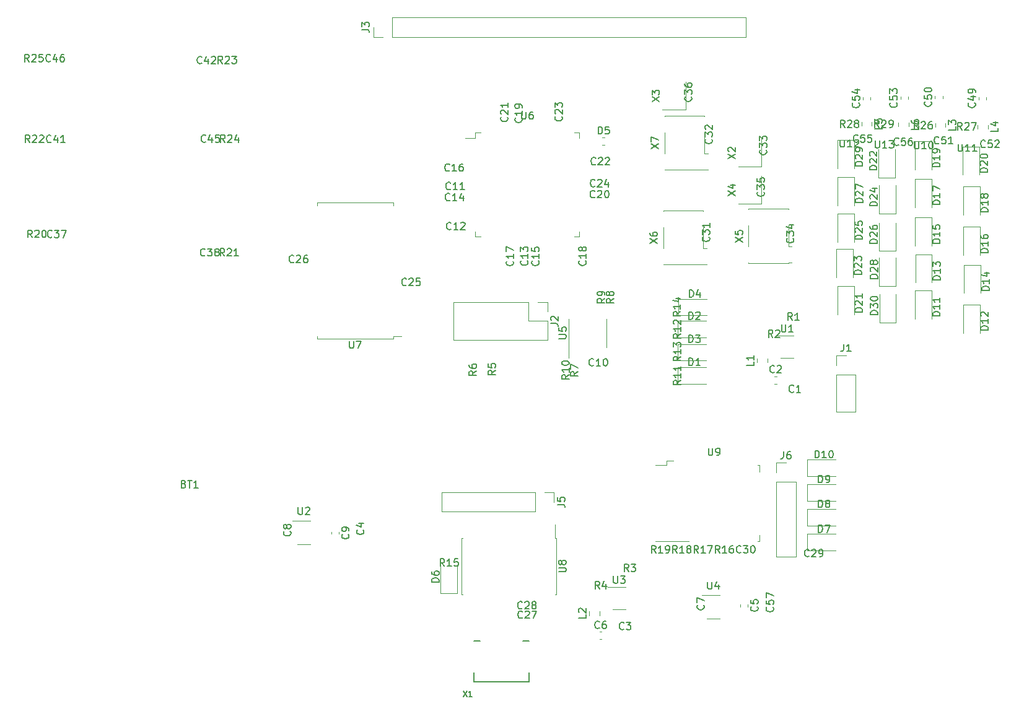
<source format=gbr>
G04 #@! TF.GenerationSoftware,KiCad,Pcbnew,5.1.5+dfsg1-2*
G04 #@! TF.CreationDate,2020-03-08T17:17:25+02:00*
G04 #@! TF.ProjectId,HX1KADCboard,4858314b-4144-4436-926f-6172642e6b69,rev?*
G04 #@! TF.SameCoordinates,Original*
G04 #@! TF.FileFunction,Legend,Top*
G04 #@! TF.FilePolarity,Positive*
%FSLAX46Y46*%
G04 Gerber Fmt 4.6, Leading zero omitted, Abs format (unit mm)*
G04 Created by KiCad (PCBNEW 5.1.5+dfsg1-2) date 2020-03-08 17:17:25*
%MOMM*%
%LPD*%
G04 APERTURE LIST*
%ADD10C,0.120000*%
%ADD11C,0.127000*%
%ADD12C,0.150000*%
%ADD13C,0.138988*%
G04 APERTURE END LIST*
D10*
X112729000Y-84844000D02*
X113889000Y-84844000D01*
X112729000Y-85224000D02*
X112729000Y-84844000D01*
X107539000Y-85224000D02*
X112729000Y-85224000D01*
X102349000Y-85224000D02*
X102349000Y-84844000D01*
X107539000Y-85224000D02*
X102349000Y-85224000D01*
X112729000Y-66594000D02*
X112729000Y-66974000D01*
X107539000Y-66594000D02*
X112729000Y-66594000D01*
X102349000Y-66594000D02*
X102349000Y-66974000D01*
X107539000Y-66594000D02*
X102349000Y-66594000D01*
X155300000Y-59870000D02*
X155760000Y-59870000D01*
X155300000Y-56990000D02*
X155300000Y-59870000D01*
X149820000Y-62130000D02*
X149820000Y-62070000D01*
X155300000Y-62130000D02*
X149820000Y-62130000D01*
X155300000Y-62070000D02*
X155300000Y-62130000D01*
X155760000Y-62070000D02*
X155300000Y-62070000D01*
X149820000Y-59870000D02*
X149820000Y-56990000D01*
X155300000Y-54730000D02*
X155300000Y-54790000D01*
X149820000Y-54730000D02*
X155300000Y-54730000D01*
X149820000Y-54790000D02*
X149820000Y-54730000D01*
X155130000Y-72820000D02*
X155590000Y-72820000D01*
X155130000Y-69940000D02*
X155130000Y-72820000D01*
X149650000Y-75080000D02*
X149650000Y-75020000D01*
X155130000Y-75080000D02*
X149650000Y-75080000D01*
X155130000Y-75020000D02*
X155130000Y-75080000D01*
X155590000Y-75020000D02*
X155130000Y-75020000D01*
X149650000Y-72820000D02*
X149650000Y-69940000D01*
X155130000Y-67680000D02*
X155130000Y-67740000D01*
X149650000Y-67680000D02*
X155130000Y-67680000D01*
X149650000Y-67740000D02*
X149650000Y-67680000D01*
X166780000Y-72610000D02*
X167240000Y-72610000D01*
X166780000Y-69730000D02*
X166780000Y-72610000D01*
X161300000Y-74870000D02*
X161300000Y-74810000D01*
X166780000Y-74870000D02*
X161300000Y-74870000D01*
X166780000Y-74810000D02*
X166780000Y-74870000D01*
X167240000Y-74810000D02*
X166780000Y-74810000D01*
X161300000Y-72610000D02*
X161300000Y-69730000D01*
X166780000Y-67470000D02*
X166780000Y-67530000D01*
X161300000Y-67470000D02*
X166780000Y-67470000D01*
X161300000Y-67530000D02*
X161300000Y-67470000D01*
X163096000Y-66749000D02*
X163096000Y-62949000D01*
X159946000Y-66749000D02*
X163096000Y-66749000D01*
X152695000Y-53900000D02*
X152695000Y-50100000D01*
X149545000Y-53900000D02*
X152695000Y-53900000D01*
X163096000Y-61699000D02*
X163096000Y-57899000D01*
X159946000Y-61699000D02*
X163096000Y-61699000D01*
D11*
X131290000Y-132150000D02*
X131290000Y-130880000D01*
X123790000Y-132150000D02*
X131290000Y-132150000D01*
X123790000Y-130880000D02*
X123790000Y-132150000D01*
X130497300Y-126503400D02*
X131297300Y-126503400D01*
X123782700Y-126503400D02*
X124582700Y-126503400D01*
D10*
X162814000Y-112908000D02*
X162814000Y-112019000D01*
X162560000Y-102494000D02*
X162814000Y-102494000D01*
X162814000Y-102494000D02*
X162814000Y-103383000D01*
X162814000Y-112908000D02*
X162560000Y-112908000D01*
X148590000Y-102494000D02*
X150114000Y-102494000D01*
X150114000Y-102494000D02*
X150114000Y-101859000D01*
X150114000Y-101859000D02*
X151003000Y-101859000D01*
X153162000Y-112908000D02*
X148590000Y-112908000D01*
X134834000Y-112461000D02*
X134834000Y-110646000D01*
X135069000Y-112461000D02*
X134834000Y-112461000D01*
X135069000Y-116321000D02*
X135069000Y-112461000D01*
X135069000Y-120181000D02*
X134834000Y-120181000D01*
X135069000Y-116321000D02*
X135069000Y-120181000D01*
X122049000Y-112461000D02*
X122284000Y-112461000D01*
X122049000Y-116321000D02*
X122049000Y-112461000D01*
X122049000Y-120181000D02*
X122284000Y-120181000D01*
X122049000Y-116321000D02*
X122049000Y-120181000D01*
X123971000Y-57751000D02*
X122606000Y-57751000D01*
X123971000Y-57051000D02*
X123971000Y-57751000D01*
X124671000Y-57051000D02*
X123971000Y-57051000D01*
X138191000Y-57051000D02*
X138191000Y-57751000D01*
X137491000Y-57051000D02*
X138191000Y-57051000D01*
X123971000Y-71271000D02*
X123971000Y-70571000D01*
X124671000Y-71271000D02*
X123971000Y-71271000D01*
X138191000Y-71271000D02*
X138191000Y-70571000D01*
X137491000Y-71271000D02*
X138191000Y-71271000D01*
X136770000Y-84430000D02*
X136770000Y-87880000D01*
X136770000Y-84430000D02*
X136770000Y-82480000D01*
X141890000Y-84430000D02*
X141890000Y-86380000D01*
X141890000Y-84430000D02*
X141890000Y-82480000D01*
X157390000Y-120290000D02*
X154940000Y-120290000D01*
X155590000Y-123510000D02*
X157390000Y-123510000D01*
X144510000Y-119150000D02*
X142080000Y-119150000D01*
X142750000Y-122220000D02*
X144510000Y-122220000D01*
X101431000Y-110101000D02*
X98981000Y-110101000D01*
X99631000Y-113321000D02*
X101431000Y-113321000D01*
X167470000Y-84790000D02*
X165040000Y-84790000D01*
X165710000Y-87860000D02*
X167470000Y-87860000D01*
X181760000Y-55671422D02*
X181760000Y-56188578D01*
X183180000Y-55671422D02*
X183180000Y-56188578D01*
X176750000Y-55581422D02*
X176750000Y-56098578D01*
X178170000Y-55581422D02*
X178170000Y-56098578D01*
X192610000Y-55971422D02*
X192610000Y-56488578D01*
X194030000Y-55971422D02*
X194030000Y-56488578D01*
X186820000Y-55751422D02*
X186820000Y-56268578D01*
X188240000Y-55751422D02*
X188240000Y-56268578D01*
X140970000Y-123018578D02*
X140970000Y-122501422D01*
X139550000Y-123018578D02*
X139550000Y-122501422D01*
X163920000Y-88468578D02*
X163920000Y-87951422D01*
X162500000Y-88468578D02*
X162500000Y-87951422D01*
X165111000Y-102171000D02*
X166441000Y-102171000D01*
X165111000Y-103501000D02*
X165111000Y-102171000D01*
X165111000Y-104771000D02*
X167771000Y-104771000D01*
X167771000Y-104771000D02*
X167771000Y-114991000D01*
X165111000Y-104771000D02*
X165111000Y-114991000D01*
X165111000Y-114991000D02*
X167771000Y-114991000D01*
X134739000Y-106211000D02*
X134739000Y-107541000D01*
X133409000Y-106211000D02*
X134739000Y-106211000D01*
X132139000Y-106211000D02*
X132139000Y-108871000D01*
X132139000Y-108871000D02*
X119379000Y-108871000D01*
X132139000Y-106211000D02*
X119379000Y-106211000D01*
X119379000Y-106211000D02*
X119379000Y-108871000D01*
X110020000Y-43940000D02*
X110020000Y-42610000D01*
X111350000Y-43940000D02*
X110020000Y-43940000D01*
X112620000Y-43940000D02*
X112620000Y-41280000D01*
X112620000Y-41280000D02*
X160940000Y-41280000D01*
X112620000Y-43940000D02*
X160940000Y-43940000D01*
X160940000Y-43940000D02*
X160940000Y-41280000D01*
X133820000Y-80200000D02*
X133820000Y-81530000D01*
X132490000Y-80200000D02*
X133820000Y-80200000D01*
X133820000Y-82800000D02*
X133820000Y-85400000D01*
X131220000Y-82800000D02*
X133820000Y-82800000D01*
X131220000Y-80200000D02*
X131220000Y-82800000D01*
X133820000Y-85400000D02*
X121000000Y-85400000D01*
X131220000Y-80200000D02*
X121000000Y-80200000D01*
X121000000Y-80200000D02*
X121000000Y-85400000D01*
X173300000Y-87490000D02*
X174630000Y-87490000D01*
X173300000Y-88820000D02*
X173300000Y-87490000D01*
X173300000Y-90090000D02*
X175960000Y-90090000D01*
X175960000Y-90090000D02*
X175960000Y-95230000D01*
X173300000Y-90090000D02*
X173300000Y-95230000D01*
X173300000Y-95230000D02*
X175960000Y-95230000D01*
X181475000Y-82985000D02*
X181475000Y-79100000D01*
X179205000Y-82985000D02*
X181475000Y-82985000D01*
X179205000Y-79100000D02*
X179205000Y-82985000D01*
X173485000Y-58055000D02*
X173485000Y-61940000D01*
X175755000Y-58055000D02*
X173485000Y-58055000D01*
X175755000Y-61940000D02*
X175755000Y-58055000D01*
X181445000Y-78035000D02*
X181445000Y-74150000D01*
X179175000Y-78035000D02*
X181445000Y-78035000D01*
X179175000Y-74150000D02*
X179175000Y-78035000D01*
X173505000Y-63085000D02*
X173505000Y-66970000D01*
X175775000Y-63085000D02*
X173505000Y-63085000D01*
X175775000Y-66970000D02*
X175775000Y-63085000D01*
X181405000Y-73225000D02*
X181405000Y-69340000D01*
X179135000Y-73225000D02*
X181405000Y-73225000D01*
X179135000Y-69340000D02*
X179135000Y-73225000D01*
X173455000Y-68105000D02*
X173455000Y-71990000D01*
X175725000Y-68105000D02*
X173455000Y-68105000D01*
X175725000Y-71990000D02*
X175725000Y-68105000D01*
X181405000Y-68115000D02*
X181405000Y-64230000D01*
X179135000Y-68115000D02*
X181405000Y-68115000D01*
X179135000Y-64230000D02*
X179135000Y-68115000D01*
X173345000Y-72905000D02*
X173345000Y-76790000D01*
X175615000Y-72905000D02*
X173345000Y-72905000D01*
X175615000Y-76790000D02*
X175615000Y-72905000D01*
X181345000Y-63185000D02*
X181345000Y-59300000D01*
X179075000Y-63185000D02*
X181345000Y-63185000D01*
X179075000Y-59300000D02*
X179075000Y-63185000D01*
X173465000Y-78045000D02*
X173465000Y-81930000D01*
X175735000Y-78045000D02*
X173465000Y-78045000D01*
X175735000Y-81930000D02*
X175735000Y-78045000D01*
X190565000Y-58925000D02*
X190565000Y-62810000D01*
X192835000Y-58925000D02*
X190565000Y-58925000D01*
X192835000Y-62810000D02*
X192835000Y-58925000D01*
X184055000Y-58215000D02*
X184055000Y-62100000D01*
X186325000Y-58215000D02*
X184055000Y-58215000D01*
X186325000Y-62100000D02*
X186325000Y-58215000D01*
X190645000Y-64365000D02*
X190645000Y-68250000D01*
X192915000Y-64365000D02*
X190645000Y-64365000D01*
X192915000Y-68250000D02*
X192915000Y-64365000D01*
X184065000Y-63355000D02*
X184065000Y-67240000D01*
X186335000Y-63355000D02*
X184065000Y-63355000D01*
X186335000Y-67240000D02*
X186335000Y-63355000D01*
X190645000Y-69925000D02*
X190645000Y-73810000D01*
X192915000Y-69925000D02*
X190645000Y-69925000D01*
X192915000Y-73810000D02*
X192915000Y-69925000D01*
X184065000Y-68635000D02*
X184065000Y-72520000D01*
X186335000Y-68635000D02*
X184065000Y-68635000D01*
X186335000Y-72520000D02*
X186335000Y-68635000D01*
X190785000Y-75105000D02*
X190785000Y-78990000D01*
X193055000Y-75105000D02*
X190785000Y-75105000D01*
X193055000Y-78990000D02*
X193055000Y-75105000D01*
X184115000Y-73665000D02*
X184115000Y-77550000D01*
X186385000Y-73665000D02*
X184115000Y-73665000D01*
X186385000Y-77550000D02*
X186385000Y-73665000D01*
X190655000Y-80525000D02*
X190655000Y-84410000D01*
X192925000Y-80525000D02*
X190655000Y-80525000D01*
X192925000Y-84410000D02*
X192925000Y-80525000D01*
X184065000Y-78585000D02*
X184065000Y-82470000D01*
X186335000Y-78585000D02*
X184065000Y-78585000D01*
X186335000Y-82470000D02*
X186335000Y-78585000D01*
X169326000Y-104006000D02*
X173211000Y-104006000D01*
X169326000Y-101736000D02*
X169326000Y-104006000D01*
X173211000Y-101736000D02*
X169326000Y-101736000D01*
X169326000Y-107396000D02*
X173211000Y-107396000D01*
X169326000Y-105126000D02*
X169326000Y-107396000D01*
X173211000Y-105126000D02*
X169326000Y-105126000D01*
X169326000Y-110786000D02*
X173211000Y-110786000D01*
X169326000Y-108516000D02*
X169326000Y-110786000D01*
X173211000Y-108516000D02*
X169326000Y-108516000D01*
X169326000Y-114176000D02*
X173211000Y-114176000D01*
X169326000Y-111906000D02*
X169326000Y-114176000D01*
X173211000Y-111906000D02*
X169326000Y-111906000D01*
X121505000Y-120045000D02*
X121505000Y-116160000D01*
X119235000Y-120045000D02*
X121505000Y-120045000D01*
X119235000Y-116160000D02*
X119235000Y-120045000D01*
X141337221Y-58710000D02*
X141662779Y-58710000D01*
X141337221Y-57690000D02*
X141662779Y-57690000D01*
X151685000Y-82025000D02*
X155570000Y-82025000D01*
X151685000Y-79755000D02*
X151685000Y-82025000D01*
X155570000Y-79755000D02*
X151685000Y-79755000D01*
X151625000Y-88215000D02*
X155510000Y-88215000D01*
X151625000Y-85945000D02*
X151625000Y-88215000D01*
X155510000Y-85945000D02*
X151625000Y-85945000D01*
X151625000Y-85065000D02*
X155510000Y-85065000D01*
X151625000Y-82795000D02*
X151625000Y-85065000D01*
X155510000Y-82795000D02*
X151625000Y-82795000D01*
X151635000Y-91365000D02*
X155520000Y-91365000D01*
X151635000Y-89095000D02*
X151635000Y-91365000D01*
X155520000Y-89095000D02*
X151635000Y-89095000D01*
X177970000Y-52502779D02*
X177970000Y-52177221D01*
X176950000Y-52502779D02*
X176950000Y-52177221D01*
X183110000Y-52472779D02*
X183110000Y-52147221D01*
X182090000Y-52472779D02*
X182090000Y-52147221D01*
X187830000Y-52322779D02*
X187830000Y-51997221D01*
X186810000Y-52322779D02*
X186810000Y-51997221D01*
X193810000Y-52492779D02*
X193810000Y-52167221D01*
X192790000Y-52492779D02*
X192790000Y-52167221D01*
X104310000Y-111597221D02*
X104310000Y-111922779D01*
X105330000Y-111597221D02*
X105330000Y-111922779D01*
X140927221Y-126310000D02*
X141252779Y-126310000D01*
X140927221Y-125290000D02*
X141252779Y-125290000D01*
X160210000Y-121507221D02*
X160210000Y-121832779D01*
X161230000Y-121507221D02*
X161230000Y-121832779D01*
X164847221Y-91360000D02*
X165172779Y-91360000D01*
X164847221Y-90340000D02*
X165172779Y-90340000D01*
D12*
X89757142Y-58342380D02*
X89423809Y-57866190D01*
X89185714Y-58342380D02*
X89185714Y-57342380D01*
X89566666Y-57342380D01*
X89661904Y-57390000D01*
X89709523Y-57437619D01*
X89757142Y-57532857D01*
X89757142Y-57675714D01*
X89709523Y-57770952D01*
X89661904Y-57818571D01*
X89566666Y-57866190D01*
X89185714Y-57866190D01*
X90138095Y-57437619D02*
X90185714Y-57390000D01*
X90280952Y-57342380D01*
X90519047Y-57342380D01*
X90614285Y-57390000D01*
X90661904Y-57437619D01*
X90709523Y-57532857D01*
X90709523Y-57628095D01*
X90661904Y-57770952D01*
X90090476Y-58342380D01*
X90709523Y-58342380D01*
X91566666Y-57675714D02*
X91566666Y-58342380D01*
X91328571Y-57294761D02*
X91090476Y-58009047D01*
X91709523Y-58009047D01*
X86576142Y-47526142D02*
X86528523Y-47573761D01*
X86385666Y-47621380D01*
X86290428Y-47621380D01*
X86147571Y-47573761D01*
X86052333Y-47478523D01*
X86004714Y-47383285D01*
X85957095Y-47192809D01*
X85957095Y-47049952D01*
X86004714Y-46859476D01*
X86052333Y-46764238D01*
X86147571Y-46669000D01*
X86290428Y-46621380D01*
X86385666Y-46621380D01*
X86528523Y-46669000D01*
X86576142Y-46716619D01*
X87433285Y-46954714D02*
X87433285Y-47621380D01*
X87195190Y-46573761D02*
X86957095Y-47288047D01*
X87576142Y-47288047D01*
X87909476Y-46716619D02*
X87957095Y-46669000D01*
X88052333Y-46621380D01*
X88290428Y-46621380D01*
X88385666Y-46669000D01*
X88433285Y-46716619D01*
X88480904Y-46811857D01*
X88480904Y-46907095D01*
X88433285Y-47049952D01*
X87861857Y-47621380D01*
X88480904Y-47621380D01*
X65988142Y-58288142D02*
X65940523Y-58335761D01*
X65797666Y-58383380D01*
X65702428Y-58383380D01*
X65559571Y-58335761D01*
X65464333Y-58240523D01*
X65416714Y-58145285D01*
X65369095Y-57954809D01*
X65369095Y-57811952D01*
X65416714Y-57621476D01*
X65464333Y-57526238D01*
X65559571Y-57431000D01*
X65702428Y-57383380D01*
X65797666Y-57383380D01*
X65940523Y-57431000D01*
X65988142Y-57478619D01*
X66845285Y-57716714D02*
X66845285Y-58383380D01*
X66607190Y-57335761D02*
X66369095Y-58050047D01*
X66988142Y-58050047D01*
X67892904Y-58383380D02*
X67321476Y-58383380D01*
X67607190Y-58383380D02*
X67607190Y-57383380D01*
X67511952Y-57526238D01*
X67416714Y-57621476D01*
X67321476Y-57669095D01*
X63397142Y-71362380D02*
X63063809Y-70886190D01*
X62825714Y-71362380D02*
X62825714Y-70362380D01*
X63206666Y-70362380D01*
X63301904Y-70410000D01*
X63349523Y-70457619D01*
X63397142Y-70552857D01*
X63397142Y-70695714D01*
X63349523Y-70790952D01*
X63301904Y-70838571D01*
X63206666Y-70886190D01*
X62825714Y-70886190D01*
X63778095Y-70457619D02*
X63825714Y-70410000D01*
X63920952Y-70362380D01*
X64159047Y-70362380D01*
X64254285Y-70410000D01*
X64301904Y-70457619D01*
X64349523Y-70552857D01*
X64349523Y-70648095D01*
X64301904Y-70790952D01*
X63730476Y-71362380D01*
X64349523Y-71362380D01*
X64968571Y-70362380D02*
X65063809Y-70362380D01*
X65159047Y-70410000D01*
X65206666Y-70457619D01*
X65254285Y-70552857D01*
X65301904Y-70743333D01*
X65301904Y-70981428D01*
X65254285Y-71171904D01*
X65206666Y-71267142D01*
X65159047Y-71314761D01*
X65063809Y-71362380D01*
X64968571Y-71362380D01*
X64873333Y-71314761D01*
X64825714Y-71267142D01*
X64778095Y-71171904D01*
X64730476Y-70981428D01*
X64730476Y-70743333D01*
X64778095Y-70552857D01*
X64825714Y-70457619D01*
X64873333Y-70410000D01*
X64968571Y-70362380D01*
X65896142Y-47236142D02*
X65848523Y-47283761D01*
X65705666Y-47331380D01*
X65610428Y-47331380D01*
X65467571Y-47283761D01*
X65372333Y-47188523D01*
X65324714Y-47093285D01*
X65277095Y-46902809D01*
X65277095Y-46759952D01*
X65324714Y-46569476D01*
X65372333Y-46474238D01*
X65467571Y-46379000D01*
X65610428Y-46331380D01*
X65705666Y-46331380D01*
X65848523Y-46379000D01*
X65896142Y-46426619D01*
X66753285Y-46664714D02*
X66753285Y-47331380D01*
X66515190Y-46283761D02*
X66277095Y-46998047D01*
X66896142Y-46998047D01*
X67705666Y-46331380D02*
X67515190Y-46331380D01*
X67419952Y-46379000D01*
X67372333Y-46426619D01*
X67277095Y-46569476D01*
X67229476Y-46759952D01*
X67229476Y-47140904D01*
X67277095Y-47236142D01*
X67324714Y-47283761D01*
X67419952Y-47331380D01*
X67610428Y-47331380D01*
X67705666Y-47283761D01*
X67753285Y-47236142D01*
X67800904Y-47140904D01*
X67800904Y-46902809D01*
X67753285Y-46807571D01*
X67705666Y-46759952D01*
X67610428Y-46712333D01*
X67419952Y-46712333D01*
X67324714Y-46759952D01*
X67277095Y-46807571D01*
X67229476Y-46902809D01*
X89417142Y-47582380D02*
X89083809Y-47106190D01*
X88845714Y-47582380D02*
X88845714Y-46582380D01*
X89226666Y-46582380D01*
X89321904Y-46630000D01*
X89369523Y-46677619D01*
X89417142Y-46772857D01*
X89417142Y-46915714D01*
X89369523Y-47010952D01*
X89321904Y-47058571D01*
X89226666Y-47106190D01*
X88845714Y-47106190D01*
X89798095Y-46677619D02*
X89845714Y-46630000D01*
X89940952Y-46582380D01*
X90179047Y-46582380D01*
X90274285Y-46630000D01*
X90321904Y-46677619D01*
X90369523Y-46772857D01*
X90369523Y-46868095D01*
X90321904Y-47010952D01*
X89750476Y-47582380D01*
X90369523Y-47582380D01*
X90702857Y-46582380D02*
X91321904Y-46582380D01*
X90988571Y-46963333D01*
X91131428Y-46963333D01*
X91226666Y-47010952D01*
X91274285Y-47058571D01*
X91321904Y-47153809D01*
X91321904Y-47391904D01*
X91274285Y-47487142D01*
X91226666Y-47534761D01*
X91131428Y-47582380D01*
X90845714Y-47582380D01*
X90750476Y-47534761D01*
X90702857Y-47487142D01*
X87108142Y-58248142D02*
X87060523Y-58295761D01*
X86917666Y-58343380D01*
X86822428Y-58343380D01*
X86679571Y-58295761D01*
X86584333Y-58200523D01*
X86536714Y-58105285D01*
X86489095Y-57914809D01*
X86489095Y-57771952D01*
X86536714Y-57581476D01*
X86584333Y-57486238D01*
X86679571Y-57391000D01*
X86822428Y-57343380D01*
X86917666Y-57343380D01*
X87060523Y-57391000D01*
X87108142Y-57438619D01*
X87965285Y-57676714D02*
X87965285Y-58343380D01*
X87727190Y-57295761D02*
X87489095Y-58010047D01*
X88108142Y-58010047D01*
X88965285Y-57343380D02*
X88489095Y-57343380D01*
X88441476Y-57819571D01*
X88489095Y-57771952D01*
X88584333Y-57724333D01*
X88822428Y-57724333D01*
X88917666Y-57771952D01*
X88965285Y-57819571D01*
X89012904Y-57914809D01*
X89012904Y-58152904D01*
X88965285Y-58248142D01*
X88917666Y-58295761D01*
X88822428Y-58343380D01*
X88584333Y-58343380D01*
X88489095Y-58295761D01*
X88441476Y-58248142D01*
X63078142Y-58383380D02*
X62744809Y-57907190D01*
X62506714Y-58383380D02*
X62506714Y-57383380D01*
X62887666Y-57383380D01*
X62982904Y-57431000D01*
X63030523Y-57478619D01*
X63078142Y-57573857D01*
X63078142Y-57716714D01*
X63030523Y-57811952D01*
X62982904Y-57859571D01*
X62887666Y-57907190D01*
X62506714Y-57907190D01*
X63459095Y-57478619D02*
X63506714Y-57431000D01*
X63601952Y-57383380D01*
X63840047Y-57383380D01*
X63935285Y-57431000D01*
X63982904Y-57478619D01*
X64030523Y-57573857D01*
X64030523Y-57669095D01*
X63982904Y-57811952D01*
X63411476Y-58383380D01*
X64030523Y-58383380D01*
X64411476Y-57478619D02*
X64459095Y-57431000D01*
X64554333Y-57383380D01*
X64792428Y-57383380D01*
X64887666Y-57431000D01*
X64935285Y-57478619D01*
X64982904Y-57573857D01*
X64982904Y-57669095D01*
X64935285Y-57811952D01*
X64363857Y-58383380D01*
X64982904Y-58383380D01*
X62986142Y-47331380D02*
X62652809Y-46855190D01*
X62414714Y-47331380D02*
X62414714Y-46331380D01*
X62795666Y-46331380D01*
X62890904Y-46379000D01*
X62938523Y-46426619D01*
X62986142Y-46521857D01*
X62986142Y-46664714D01*
X62938523Y-46759952D01*
X62890904Y-46807571D01*
X62795666Y-46855190D01*
X62414714Y-46855190D01*
X63367095Y-46426619D02*
X63414714Y-46379000D01*
X63509952Y-46331380D01*
X63748047Y-46331380D01*
X63843285Y-46379000D01*
X63890904Y-46426619D01*
X63938523Y-46521857D01*
X63938523Y-46617095D01*
X63890904Y-46759952D01*
X63319476Y-47331380D01*
X63938523Y-47331380D01*
X64843285Y-46331380D02*
X64367095Y-46331380D01*
X64319476Y-46807571D01*
X64367095Y-46759952D01*
X64462333Y-46712333D01*
X64700428Y-46712333D01*
X64795666Y-46759952D01*
X64843285Y-46807571D01*
X64890904Y-46902809D01*
X64890904Y-47140904D01*
X64843285Y-47236142D01*
X64795666Y-47283761D01*
X64700428Y-47331380D01*
X64462333Y-47331380D01*
X64367095Y-47283761D01*
X64319476Y-47236142D01*
X66108142Y-71278142D02*
X66060523Y-71325761D01*
X65917666Y-71373380D01*
X65822428Y-71373380D01*
X65679571Y-71325761D01*
X65584333Y-71230523D01*
X65536714Y-71135285D01*
X65489095Y-70944809D01*
X65489095Y-70801952D01*
X65536714Y-70611476D01*
X65584333Y-70516238D01*
X65679571Y-70421000D01*
X65822428Y-70373380D01*
X65917666Y-70373380D01*
X66060523Y-70421000D01*
X66108142Y-70468619D01*
X66441476Y-70373380D02*
X67060523Y-70373380D01*
X66727190Y-70754333D01*
X66870047Y-70754333D01*
X66965285Y-70801952D01*
X67012904Y-70849571D01*
X67060523Y-70944809D01*
X67060523Y-71182904D01*
X67012904Y-71278142D01*
X66965285Y-71325761D01*
X66870047Y-71373380D01*
X66584333Y-71373380D01*
X66489095Y-71325761D01*
X66441476Y-71278142D01*
X67393857Y-70373380D02*
X68060523Y-70373380D01*
X67631952Y-71373380D01*
X89687142Y-73892380D02*
X89353809Y-73416190D01*
X89115714Y-73892380D02*
X89115714Y-72892380D01*
X89496666Y-72892380D01*
X89591904Y-72940000D01*
X89639523Y-72987619D01*
X89687142Y-73082857D01*
X89687142Y-73225714D01*
X89639523Y-73320952D01*
X89591904Y-73368571D01*
X89496666Y-73416190D01*
X89115714Y-73416190D01*
X90068095Y-72987619D02*
X90115714Y-72940000D01*
X90210952Y-72892380D01*
X90449047Y-72892380D01*
X90544285Y-72940000D01*
X90591904Y-72987619D01*
X90639523Y-73082857D01*
X90639523Y-73178095D01*
X90591904Y-73320952D01*
X90020476Y-73892380D01*
X90639523Y-73892380D01*
X91591904Y-73892380D02*
X91020476Y-73892380D01*
X91306190Y-73892380D02*
X91306190Y-72892380D01*
X91210952Y-73035238D01*
X91115714Y-73130476D01*
X91020476Y-73178095D01*
X87036142Y-73806142D02*
X86988523Y-73853761D01*
X86845666Y-73901380D01*
X86750428Y-73901380D01*
X86607571Y-73853761D01*
X86512333Y-73758523D01*
X86464714Y-73663285D01*
X86417095Y-73472809D01*
X86417095Y-73329952D01*
X86464714Y-73139476D01*
X86512333Y-73044238D01*
X86607571Y-72949000D01*
X86750428Y-72901380D01*
X86845666Y-72901380D01*
X86988523Y-72949000D01*
X87036142Y-72996619D01*
X87369476Y-72901380D02*
X87988523Y-72901380D01*
X87655190Y-73282333D01*
X87798047Y-73282333D01*
X87893285Y-73329952D01*
X87940904Y-73377571D01*
X87988523Y-73472809D01*
X87988523Y-73710904D01*
X87940904Y-73806142D01*
X87893285Y-73853761D01*
X87798047Y-73901380D01*
X87512333Y-73901380D01*
X87417095Y-73853761D01*
X87369476Y-73806142D01*
X88559952Y-73329952D02*
X88464714Y-73282333D01*
X88417095Y-73234714D01*
X88369476Y-73139476D01*
X88369476Y-73091857D01*
X88417095Y-72996619D01*
X88464714Y-72949000D01*
X88559952Y-72901380D01*
X88750428Y-72901380D01*
X88845666Y-72949000D01*
X88893285Y-72996619D01*
X88940904Y-73091857D01*
X88940904Y-73139476D01*
X88893285Y-73234714D01*
X88845666Y-73282333D01*
X88750428Y-73329952D01*
X88559952Y-73329952D01*
X88464714Y-73377571D01*
X88417095Y-73425190D01*
X88369476Y-73520428D01*
X88369476Y-73710904D01*
X88417095Y-73806142D01*
X88464714Y-73853761D01*
X88559952Y-73901380D01*
X88750428Y-73901380D01*
X88845666Y-73853761D01*
X88893285Y-73806142D01*
X88940904Y-73710904D01*
X88940904Y-73520428D01*
X88893285Y-73425190D01*
X88845666Y-73377571D01*
X88750428Y-73329952D01*
X106777095Y-85521380D02*
X106777095Y-86330904D01*
X106824714Y-86426142D01*
X106872333Y-86473761D01*
X106967571Y-86521380D01*
X107158047Y-86521380D01*
X107253285Y-86473761D01*
X107300904Y-86426142D01*
X107348523Y-86330904D01*
X107348523Y-85521380D01*
X107729476Y-85521380D02*
X108396142Y-85521380D01*
X107967571Y-86521380D01*
X148012380Y-59239523D02*
X149012380Y-58572857D01*
X148012380Y-58572857D02*
X149012380Y-59239523D01*
X148012380Y-58287142D02*
X148012380Y-57620476D01*
X149012380Y-58049047D01*
X147842380Y-72189523D02*
X148842380Y-71522857D01*
X147842380Y-71522857D02*
X148842380Y-72189523D01*
X147842380Y-70713333D02*
X147842380Y-70903809D01*
X147890000Y-70999047D01*
X147937619Y-71046666D01*
X148080476Y-71141904D01*
X148270952Y-71189523D01*
X148651904Y-71189523D01*
X148747142Y-71141904D01*
X148794761Y-71094285D01*
X148842380Y-70999047D01*
X148842380Y-70808571D01*
X148794761Y-70713333D01*
X148747142Y-70665714D01*
X148651904Y-70618095D01*
X148413809Y-70618095D01*
X148318571Y-70665714D01*
X148270952Y-70713333D01*
X148223333Y-70808571D01*
X148223333Y-70999047D01*
X148270952Y-71094285D01*
X148318571Y-71141904D01*
X148413809Y-71189523D01*
X159492380Y-71979523D02*
X160492380Y-71312857D01*
X159492380Y-71312857D02*
X160492380Y-71979523D01*
X159492380Y-70455714D02*
X159492380Y-70931904D01*
X159968571Y-70979523D01*
X159920952Y-70931904D01*
X159873333Y-70836666D01*
X159873333Y-70598571D01*
X159920952Y-70503333D01*
X159968571Y-70455714D01*
X160063809Y-70408095D01*
X160301904Y-70408095D01*
X160397142Y-70455714D01*
X160444761Y-70503333D01*
X160492380Y-70598571D01*
X160492380Y-70836666D01*
X160444761Y-70931904D01*
X160397142Y-70979523D01*
X158523380Y-65658523D02*
X159523380Y-64991857D01*
X158523380Y-64991857D02*
X159523380Y-65658523D01*
X158856714Y-64182333D02*
X159523380Y-64182333D01*
X158475761Y-64420428D02*
X159190047Y-64658523D01*
X159190047Y-64039476D01*
X148122380Y-52809523D02*
X149122380Y-52142857D01*
X148122380Y-52142857D02*
X149122380Y-52809523D01*
X148122380Y-51857142D02*
X148122380Y-51238095D01*
X148503333Y-51571428D01*
X148503333Y-51428571D01*
X148550952Y-51333333D01*
X148598571Y-51285714D01*
X148693809Y-51238095D01*
X148931904Y-51238095D01*
X149027142Y-51285714D01*
X149074761Y-51333333D01*
X149122380Y-51428571D01*
X149122380Y-51714285D01*
X149074761Y-51809523D01*
X149027142Y-51857142D01*
X158523380Y-60608523D02*
X159523380Y-59941857D01*
X158523380Y-59941857D02*
X159523380Y-60608523D01*
X158618619Y-59608523D02*
X158571000Y-59560904D01*
X158523380Y-59465666D01*
X158523380Y-59227571D01*
X158571000Y-59132333D01*
X158618619Y-59084714D01*
X158713857Y-59037095D01*
X158809095Y-59037095D01*
X158951952Y-59084714D01*
X159523380Y-59656142D01*
X159523380Y-59037095D01*
D13*
X122295185Y-133355130D02*
X122809958Y-134127290D01*
X122809958Y-133355130D02*
X122295185Y-134127290D01*
X123508579Y-134127290D02*
X123067345Y-134127290D01*
X123287962Y-134127290D02*
X123287962Y-133355130D01*
X123214423Y-133465439D01*
X123140884Y-133538978D01*
X123067345Y-133575747D01*
D12*
X178621904Y-58132380D02*
X178621904Y-58941904D01*
X178669523Y-59037142D01*
X178717142Y-59084761D01*
X178812380Y-59132380D01*
X179002857Y-59132380D01*
X179098095Y-59084761D01*
X179145714Y-59037142D01*
X179193333Y-58941904D01*
X179193333Y-58132380D01*
X180193333Y-59132380D02*
X179621904Y-59132380D01*
X179907619Y-59132380D02*
X179907619Y-58132380D01*
X179812380Y-58275238D01*
X179717142Y-58370476D01*
X179621904Y-58418095D01*
X180526666Y-58132380D02*
X181145714Y-58132380D01*
X180812380Y-58513333D01*
X180955238Y-58513333D01*
X181050476Y-58560952D01*
X181098095Y-58608571D01*
X181145714Y-58703809D01*
X181145714Y-58941904D01*
X181098095Y-59037142D01*
X181050476Y-59084761D01*
X180955238Y-59132380D01*
X180669523Y-59132380D01*
X180574285Y-59084761D01*
X180526666Y-59037142D01*
X173841904Y-58002380D02*
X173841904Y-58811904D01*
X173889523Y-58907142D01*
X173937142Y-58954761D01*
X174032380Y-59002380D01*
X174222857Y-59002380D01*
X174318095Y-58954761D01*
X174365714Y-58907142D01*
X174413333Y-58811904D01*
X174413333Y-58002380D01*
X175413333Y-59002380D02*
X174841904Y-59002380D01*
X175127619Y-59002380D02*
X175127619Y-58002380D01*
X175032380Y-58145238D01*
X174937142Y-58240476D01*
X174841904Y-58288095D01*
X175794285Y-58097619D02*
X175841904Y-58050000D01*
X175937142Y-58002380D01*
X176175238Y-58002380D01*
X176270476Y-58050000D01*
X176318095Y-58097619D01*
X176365714Y-58192857D01*
X176365714Y-58288095D01*
X176318095Y-58430952D01*
X175746666Y-59002380D01*
X176365714Y-59002380D01*
X189961904Y-58592380D02*
X189961904Y-59401904D01*
X190009523Y-59497142D01*
X190057142Y-59544761D01*
X190152380Y-59592380D01*
X190342857Y-59592380D01*
X190438095Y-59544761D01*
X190485714Y-59497142D01*
X190533333Y-59401904D01*
X190533333Y-58592380D01*
X191533333Y-59592380D02*
X190961904Y-59592380D01*
X191247619Y-59592380D02*
X191247619Y-58592380D01*
X191152380Y-58735238D01*
X191057142Y-58830476D01*
X190961904Y-58878095D01*
X192485714Y-59592380D02*
X191914285Y-59592380D01*
X192200000Y-59592380D02*
X192200000Y-58592380D01*
X192104761Y-58735238D01*
X192009523Y-58830476D01*
X191914285Y-58878095D01*
X184001904Y-58232380D02*
X184001904Y-59041904D01*
X184049523Y-59137142D01*
X184097142Y-59184761D01*
X184192380Y-59232380D01*
X184382857Y-59232380D01*
X184478095Y-59184761D01*
X184525714Y-59137142D01*
X184573333Y-59041904D01*
X184573333Y-58232380D01*
X185573333Y-59232380D02*
X185001904Y-59232380D01*
X185287619Y-59232380D02*
X185287619Y-58232380D01*
X185192380Y-58375238D01*
X185097142Y-58470476D01*
X185001904Y-58518095D01*
X186192380Y-58232380D02*
X186287619Y-58232380D01*
X186382857Y-58280000D01*
X186430476Y-58327619D01*
X186478095Y-58422857D01*
X186525714Y-58613333D01*
X186525714Y-58851428D01*
X186478095Y-59041904D01*
X186430476Y-59137142D01*
X186382857Y-59184761D01*
X186287619Y-59232380D01*
X186192380Y-59232380D01*
X186097142Y-59184761D01*
X186049523Y-59137142D01*
X186001904Y-59041904D01*
X185954285Y-58851428D01*
X185954285Y-58613333D01*
X186001904Y-58422857D01*
X186049523Y-58327619D01*
X186097142Y-58280000D01*
X186192380Y-58232380D01*
X155829095Y-100168380D02*
X155829095Y-100977904D01*
X155876714Y-101073142D01*
X155924333Y-101120761D01*
X156019571Y-101168380D01*
X156210047Y-101168380D01*
X156305285Y-101120761D01*
X156352904Y-101073142D01*
X156400523Y-100977904D01*
X156400523Y-100168380D01*
X156924333Y-101168380D02*
X157114809Y-101168380D01*
X157210047Y-101120761D01*
X157257666Y-101073142D01*
X157352904Y-100930285D01*
X157400523Y-100739809D01*
X157400523Y-100358857D01*
X157352904Y-100263619D01*
X157305285Y-100216000D01*
X157210047Y-100168380D01*
X157019571Y-100168380D01*
X156924333Y-100216000D01*
X156876714Y-100263619D01*
X156829095Y-100358857D01*
X156829095Y-100596952D01*
X156876714Y-100692190D01*
X156924333Y-100739809D01*
X157019571Y-100787428D01*
X157210047Y-100787428D01*
X157305285Y-100739809D01*
X157352904Y-100692190D01*
X157400523Y-100596952D01*
X135361380Y-117082904D02*
X136170904Y-117082904D01*
X136266142Y-117035285D01*
X136313761Y-116987666D01*
X136361380Y-116892428D01*
X136361380Y-116701952D01*
X136313761Y-116606714D01*
X136266142Y-116559095D01*
X136170904Y-116511476D01*
X135361380Y-116511476D01*
X135789952Y-115892428D02*
X135742333Y-115987666D01*
X135694714Y-116035285D01*
X135599476Y-116082904D01*
X135551857Y-116082904D01*
X135456619Y-116035285D01*
X135409000Y-115987666D01*
X135361380Y-115892428D01*
X135361380Y-115701952D01*
X135409000Y-115606714D01*
X135456619Y-115559095D01*
X135551857Y-115511476D01*
X135599476Y-115511476D01*
X135694714Y-115559095D01*
X135742333Y-115606714D01*
X135789952Y-115701952D01*
X135789952Y-115892428D01*
X135837571Y-115987666D01*
X135885190Y-116035285D01*
X135980428Y-116082904D01*
X136170904Y-116082904D01*
X136266142Y-116035285D01*
X136313761Y-115987666D01*
X136361380Y-115892428D01*
X136361380Y-115701952D01*
X136313761Y-115606714D01*
X136266142Y-115559095D01*
X136170904Y-115511476D01*
X135980428Y-115511476D01*
X135885190Y-115559095D01*
X135837571Y-115606714D01*
X135789952Y-115701952D01*
X130319095Y-54193380D02*
X130319095Y-55002904D01*
X130366714Y-55098142D01*
X130414333Y-55145761D01*
X130509571Y-55193380D01*
X130700047Y-55193380D01*
X130795285Y-55145761D01*
X130842904Y-55098142D01*
X130890523Y-55002904D01*
X130890523Y-54193380D01*
X131795285Y-54193380D02*
X131604809Y-54193380D01*
X131509571Y-54241000D01*
X131461952Y-54288619D01*
X131366714Y-54431476D01*
X131319095Y-54621952D01*
X131319095Y-55002904D01*
X131366714Y-55098142D01*
X131414333Y-55145761D01*
X131509571Y-55193380D01*
X131700047Y-55193380D01*
X131795285Y-55145761D01*
X131842904Y-55098142D01*
X131890523Y-55002904D01*
X131890523Y-54764809D01*
X131842904Y-54669571D01*
X131795285Y-54621952D01*
X131700047Y-54574333D01*
X131509571Y-54574333D01*
X131414333Y-54621952D01*
X131366714Y-54669571D01*
X131319095Y-54764809D01*
X135382380Y-85191904D02*
X136191904Y-85191904D01*
X136287142Y-85144285D01*
X136334761Y-85096666D01*
X136382380Y-85001428D01*
X136382380Y-84810952D01*
X136334761Y-84715714D01*
X136287142Y-84668095D01*
X136191904Y-84620476D01*
X135382380Y-84620476D01*
X135382380Y-83668095D02*
X135382380Y-84144285D01*
X135858571Y-84191904D01*
X135810952Y-84144285D01*
X135763333Y-84049047D01*
X135763333Y-83810952D01*
X135810952Y-83715714D01*
X135858571Y-83668095D01*
X135953809Y-83620476D01*
X136191904Y-83620476D01*
X136287142Y-83668095D01*
X136334761Y-83715714D01*
X136382380Y-83810952D01*
X136382380Y-84049047D01*
X136334761Y-84144285D01*
X136287142Y-84191904D01*
X155728095Y-118452380D02*
X155728095Y-119261904D01*
X155775714Y-119357142D01*
X155823333Y-119404761D01*
X155918571Y-119452380D01*
X156109047Y-119452380D01*
X156204285Y-119404761D01*
X156251904Y-119357142D01*
X156299523Y-119261904D01*
X156299523Y-118452380D01*
X157204285Y-118785714D02*
X157204285Y-119452380D01*
X156966190Y-118404761D02*
X156728095Y-119119047D01*
X157347142Y-119119047D01*
X142868095Y-117662380D02*
X142868095Y-118471904D01*
X142915714Y-118567142D01*
X142963333Y-118614761D01*
X143058571Y-118662380D01*
X143249047Y-118662380D01*
X143344285Y-118614761D01*
X143391904Y-118567142D01*
X143439523Y-118471904D01*
X143439523Y-117662380D01*
X143820476Y-117662380D02*
X144439523Y-117662380D01*
X144106190Y-118043333D01*
X144249047Y-118043333D01*
X144344285Y-118090952D01*
X144391904Y-118138571D01*
X144439523Y-118233809D01*
X144439523Y-118471904D01*
X144391904Y-118567142D01*
X144344285Y-118614761D01*
X144249047Y-118662380D01*
X143963333Y-118662380D01*
X143868095Y-118614761D01*
X143820476Y-118567142D01*
X99769095Y-108263380D02*
X99769095Y-109072904D01*
X99816714Y-109168142D01*
X99864333Y-109215761D01*
X99959571Y-109263380D01*
X100150047Y-109263380D01*
X100245285Y-109215761D01*
X100292904Y-109168142D01*
X100340523Y-109072904D01*
X100340523Y-108263380D01*
X100769095Y-108358619D02*
X100816714Y-108311000D01*
X100911952Y-108263380D01*
X101150047Y-108263380D01*
X101245285Y-108311000D01*
X101292904Y-108358619D01*
X101340523Y-108453857D01*
X101340523Y-108549095D01*
X101292904Y-108691952D01*
X100721476Y-109263380D01*
X101340523Y-109263380D01*
X165828095Y-83302380D02*
X165828095Y-84111904D01*
X165875714Y-84207142D01*
X165923333Y-84254761D01*
X166018571Y-84302380D01*
X166209047Y-84302380D01*
X166304285Y-84254761D01*
X166351904Y-84207142D01*
X166399523Y-84111904D01*
X166399523Y-83302380D01*
X167399523Y-84302380D02*
X166828095Y-84302380D01*
X167113809Y-84302380D02*
X167113809Y-83302380D01*
X167018571Y-83445238D01*
X166923333Y-83540476D01*
X166828095Y-83588095D01*
X179167142Y-56332380D02*
X178833809Y-55856190D01*
X178595714Y-56332380D02*
X178595714Y-55332380D01*
X178976666Y-55332380D01*
X179071904Y-55380000D01*
X179119523Y-55427619D01*
X179167142Y-55522857D01*
X179167142Y-55665714D01*
X179119523Y-55760952D01*
X179071904Y-55808571D01*
X178976666Y-55856190D01*
X178595714Y-55856190D01*
X179548095Y-55427619D02*
X179595714Y-55380000D01*
X179690952Y-55332380D01*
X179929047Y-55332380D01*
X180024285Y-55380000D01*
X180071904Y-55427619D01*
X180119523Y-55522857D01*
X180119523Y-55618095D01*
X180071904Y-55760952D01*
X179500476Y-56332380D01*
X180119523Y-56332380D01*
X180595714Y-56332380D02*
X180786190Y-56332380D01*
X180881428Y-56284761D01*
X180929047Y-56237142D01*
X181024285Y-56094285D01*
X181071904Y-55903809D01*
X181071904Y-55522857D01*
X181024285Y-55427619D01*
X180976666Y-55380000D01*
X180881428Y-55332380D01*
X180690952Y-55332380D01*
X180595714Y-55380000D01*
X180548095Y-55427619D01*
X180500476Y-55522857D01*
X180500476Y-55760952D01*
X180548095Y-55856190D01*
X180595714Y-55903809D01*
X180690952Y-55951428D01*
X180881428Y-55951428D01*
X180976666Y-55903809D01*
X181024285Y-55856190D01*
X181071904Y-55760952D01*
X174457142Y-56332380D02*
X174123809Y-55856190D01*
X173885714Y-56332380D02*
X173885714Y-55332380D01*
X174266666Y-55332380D01*
X174361904Y-55380000D01*
X174409523Y-55427619D01*
X174457142Y-55522857D01*
X174457142Y-55665714D01*
X174409523Y-55760952D01*
X174361904Y-55808571D01*
X174266666Y-55856190D01*
X173885714Y-55856190D01*
X174838095Y-55427619D02*
X174885714Y-55380000D01*
X174980952Y-55332380D01*
X175219047Y-55332380D01*
X175314285Y-55380000D01*
X175361904Y-55427619D01*
X175409523Y-55522857D01*
X175409523Y-55618095D01*
X175361904Y-55760952D01*
X174790476Y-56332380D01*
X175409523Y-56332380D01*
X175980952Y-55760952D02*
X175885714Y-55713333D01*
X175838095Y-55665714D01*
X175790476Y-55570476D01*
X175790476Y-55522857D01*
X175838095Y-55427619D01*
X175885714Y-55380000D01*
X175980952Y-55332380D01*
X176171428Y-55332380D01*
X176266666Y-55380000D01*
X176314285Y-55427619D01*
X176361904Y-55522857D01*
X176361904Y-55570476D01*
X176314285Y-55665714D01*
X176266666Y-55713333D01*
X176171428Y-55760952D01*
X175980952Y-55760952D01*
X175885714Y-55808571D01*
X175838095Y-55856190D01*
X175790476Y-55951428D01*
X175790476Y-56141904D01*
X175838095Y-56237142D01*
X175885714Y-56284761D01*
X175980952Y-56332380D01*
X176171428Y-56332380D01*
X176266666Y-56284761D01*
X176314285Y-56237142D01*
X176361904Y-56141904D01*
X176361904Y-55951428D01*
X176314285Y-55856190D01*
X176266666Y-55808571D01*
X176171428Y-55760952D01*
X190497142Y-56642380D02*
X190163809Y-56166190D01*
X189925714Y-56642380D02*
X189925714Y-55642380D01*
X190306666Y-55642380D01*
X190401904Y-55690000D01*
X190449523Y-55737619D01*
X190497142Y-55832857D01*
X190497142Y-55975714D01*
X190449523Y-56070952D01*
X190401904Y-56118571D01*
X190306666Y-56166190D01*
X189925714Y-56166190D01*
X190878095Y-55737619D02*
X190925714Y-55690000D01*
X191020952Y-55642380D01*
X191259047Y-55642380D01*
X191354285Y-55690000D01*
X191401904Y-55737619D01*
X191449523Y-55832857D01*
X191449523Y-55928095D01*
X191401904Y-56070952D01*
X190830476Y-56642380D01*
X191449523Y-56642380D01*
X191782857Y-55642380D02*
X192449523Y-55642380D01*
X192020952Y-56642380D01*
X184537142Y-56532380D02*
X184203809Y-56056190D01*
X183965714Y-56532380D02*
X183965714Y-55532380D01*
X184346666Y-55532380D01*
X184441904Y-55580000D01*
X184489523Y-55627619D01*
X184537142Y-55722857D01*
X184537142Y-55865714D01*
X184489523Y-55960952D01*
X184441904Y-56008571D01*
X184346666Y-56056190D01*
X183965714Y-56056190D01*
X184918095Y-55627619D02*
X184965714Y-55580000D01*
X185060952Y-55532380D01*
X185299047Y-55532380D01*
X185394285Y-55580000D01*
X185441904Y-55627619D01*
X185489523Y-55722857D01*
X185489523Y-55818095D01*
X185441904Y-55960952D01*
X184870476Y-56532380D01*
X185489523Y-56532380D01*
X186346666Y-55532380D02*
X186156190Y-55532380D01*
X186060952Y-55580000D01*
X186013333Y-55627619D01*
X185918095Y-55770476D01*
X185870476Y-55960952D01*
X185870476Y-56341904D01*
X185918095Y-56437142D01*
X185965714Y-56484761D01*
X186060952Y-56532380D01*
X186251428Y-56532380D01*
X186346666Y-56484761D01*
X186394285Y-56437142D01*
X186441904Y-56341904D01*
X186441904Y-56103809D01*
X186394285Y-56008571D01*
X186346666Y-55960952D01*
X186251428Y-55913333D01*
X186060952Y-55913333D01*
X185965714Y-55960952D01*
X185918095Y-56008571D01*
X185870476Y-56103809D01*
X148628142Y-114503380D02*
X148294809Y-114027190D01*
X148056714Y-114503380D02*
X148056714Y-113503380D01*
X148437666Y-113503380D01*
X148532904Y-113551000D01*
X148580523Y-113598619D01*
X148628142Y-113693857D01*
X148628142Y-113836714D01*
X148580523Y-113931952D01*
X148532904Y-113979571D01*
X148437666Y-114027190D01*
X148056714Y-114027190D01*
X149580523Y-114503380D02*
X149009095Y-114503380D01*
X149294809Y-114503380D02*
X149294809Y-113503380D01*
X149199571Y-113646238D01*
X149104333Y-113741476D01*
X149009095Y-113789095D01*
X150056714Y-114503380D02*
X150247190Y-114503380D01*
X150342428Y-114455761D01*
X150390047Y-114408142D01*
X150485285Y-114265285D01*
X150532904Y-114074809D01*
X150532904Y-113693857D01*
X150485285Y-113598619D01*
X150437666Y-113551000D01*
X150342428Y-113503380D01*
X150151952Y-113503380D01*
X150056714Y-113551000D01*
X150009095Y-113598619D01*
X149961476Y-113693857D01*
X149961476Y-113931952D01*
X150009095Y-114027190D01*
X150056714Y-114074809D01*
X150151952Y-114122428D01*
X150342428Y-114122428D01*
X150437666Y-114074809D01*
X150485285Y-114027190D01*
X150532904Y-113931952D01*
X151538142Y-114503380D02*
X151204809Y-114027190D01*
X150966714Y-114503380D02*
X150966714Y-113503380D01*
X151347666Y-113503380D01*
X151442904Y-113551000D01*
X151490523Y-113598619D01*
X151538142Y-113693857D01*
X151538142Y-113836714D01*
X151490523Y-113931952D01*
X151442904Y-113979571D01*
X151347666Y-114027190D01*
X150966714Y-114027190D01*
X152490523Y-114503380D02*
X151919095Y-114503380D01*
X152204809Y-114503380D02*
X152204809Y-113503380D01*
X152109571Y-113646238D01*
X152014333Y-113741476D01*
X151919095Y-113789095D01*
X153061952Y-113931952D02*
X152966714Y-113884333D01*
X152919095Y-113836714D01*
X152871476Y-113741476D01*
X152871476Y-113693857D01*
X152919095Y-113598619D01*
X152966714Y-113551000D01*
X153061952Y-113503380D01*
X153252428Y-113503380D01*
X153347666Y-113551000D01*
X153395285Y-113598619D01*
X153442904Y-113693857D01*
X153442904Y-113741476D01*
X153395285Y-113836714D01*
X153347666Y-113884333D01*
X153252428Y-113931952D01*
X153061952Y-113931952D01*
X152966714Y-113979571D01*
X152919095Y-114027190D01*
X152871476Y-114122428D01*
X152871476Y-114312904D01*
X152919095Y-114408142D01*
X152966714Y-114455761D01*
X153061952Y-114503380D01*
X153252428Y-114503380D01*
X153347666Y-114455761D01*
X153395285Y-114408142D01*
X153442904Y-114312904D01*
X153442904Y-114122428D01*
X153395285Y-114027190D01*
X153347666Y-113979571D01*
X153252428Y-113931952D01*
X154448142Y-114503380D02*
X154114809Y-114027190D01*
X153876714Y-114503380D02*
X153876714Y-113503380D01*
X154257666Y-113503380D01*
X154352904Y-113551000D01*
X154400523Y-113598619D01*
X154448142Y-113693857D01*
X154448142Y-113836714D01*
X154400523Y-113931952D01*
X154352904Y-113979571D01*
X154257666Y-114027190D01*
X153876714Y-114027190D01*
X155400523Y-114503380D02*
X154829095Y-114503380D01*
X155114809Y-114503380D02*
X155114809Y-113503380D01*
X155019571Y-113646238D01*
X154924333Y-113741476D01*
X154829095Y-113789095D01*
X155733857Y-113503380D02*
X156400523Y-113503380D01*
X155971952Y-114503380D01*
X157358142Y-114503380D02*
X157024809Y-114027190D01*
X156786714Y-114503380D02*
X156786714Y-113503380D01*
X157167666Y-113503380D01*
X157262904Y-113551000D01*
X157310523Y-113598619D01*
X157358142Y-113693857D01*
X157358142Y-113836714D01*
X157310523Y-113931952D01*
X157262904Y-113979571D01*
X157167666Y-114027190D01*
X156786714Y-114027190D01*
X158310523Y-114503380D02*
X157739095Y-114503380D01*
X158024809Y-114503380D02*
X158024809Y-113503380D01*
X157929571Y-113646238D01*
X157834333Y-113741476D01*
X157739095Y-113789095D01*
X159167666Y-113503380D02*
X158977190Y-113503380D01*
X158881952Y-113551000D01*
X158834333Y-113598619D01*
X158739095Y-113741476D01*
X158691476Y-113931952D01*
X158691476Y-114312904D01*
X158739095Y-114408142D01*
X158786714Y-114455761D01*
X158881952Y-114503380D01*
X159072428Y-114503380D01*
X159167666Y-114455761D01*
X159215285Y-114408142D01*
X159262904Y-114312904D01*
X159262904Y-114074809D01*
X159215285Y-113979571D01*
X159167666Y-113931952D01*
X159072428Y-113884333D01*
X158881952Y-113884333D01*
X158786714Y-113931952D01*
X158739095Y-113979571D01*
X158691476Y-114074809D01*
X119737142Y-116312380D02*
X119403809Y-115836190D01*
X119165714Y-116312380D02*
X119165714Y-115312380D01*
X119546666Y-115312380D01*
X119641904Y-115360000D01*
X119689523Y-115407619D01*
X119737142Y-115502857D01*
X119737142Y-115645714D01*
X119689523Y-115740952D01*
X119641904Y-115788571D01*
X119546666Y-115836190D01*
X119165714Y-115836190D01*
X120689523Y-116312380D02*
X120118095Y-116312380D01*
X120403809Y-116312380D02*
X120403809Y-115312380D01*
X120308571Y-115455238D01*
X120213333Y-115550476D01*
X120118095Y-115598095D01*
X121594285Y-115312380D02*
X121118095Y-115312380D01*
X121070476Y-115788571D01*
X121118095Y-115740952D01*
X121213333Y-115693333D01*
X121451428Y-115693333D01*
X121546666Y-115740952D01*
X121594285Y-115788571D01*
X121641904Y-115883809D01*
X121641904Y-116121904D01*
X121594285Y-116217142D01*
X121546666Y-116264761D01*
X121451428Y-116312380D01*
X121213333Y-116312380D01*
X121118095Y-116264761D01*
X121070476Y-116217142D01*
X152012380Y-81502857D02*
X151536190Y-81836190D01*
X152012380Y-82074285D02*
X151012380Y-82074285D01*
X151012380Y-81693333D01*
X151060000Y-81598095D01*
X151107619Y-81550476D01*
X151202857Y-81502857D01*
X151345714Y-81502857D01*
X151440952Y-81550476D01*
X151488571Y-81598095D01*
X151536190Y-81693333D01*
X151536190Y-82074285D01*
X152012380Y-80550476D02*
X152012380Y-81121904D01*
X152012380Y-80836190D02*
X151012380Y-80836190D01*
X151155238Y-80931428D01*
X151250476Y-81026666D01*
X151298095Y-81121904D01*
X151345714Y-79693333D02*
X152012380Y-79693333D01*
X150964761Y-79931428D02*
X151679047Y-80169523D01*
X151679047Y-79550476D01*
X152052380Y-87632857D02*
X151576190Y-87966190D01*
X152052380Y-88204285D02*
X151052380Y-88204285D01*
X151052380Y-87823333D01*
X151100000Y-87728095D01*
X151147619Y-87680476D01*
X151242857Y-87632857D01*
X151385714Y-87632857D01*
X151480952Y-87680476D01*
X151528571Y-87728095D01*
X151576190Y-87823333D01*
X151576190Y-88204285D01*
X152052380Y-86680476D02*
X152052380Y-87251904D01*
X152052380Y-86966190D02*
X151052380Y-86966190D01*
X151195238Y-87061428D01*
X151290476Y-87156666D01*
X151338095Y-87251904D01*
X151052380Y-86347142D02*
X151052380Y-85728095D01*
X151433333Y-86061428D01*
X151433333Y-85918571D01*
X151480952Y-85823333D01*
X151528571Y-85775714D01*
X151623809Y-85728095D01*
X151861904Y-85728095D01*
X151957142Y-85775714D01*
X152004761Y-85823333D01*
X152052380Y-85918571D01*
X152052380Y-86204285D01*
X152004761Y-86299523D01*
X151957142Y-86347142D01*
X152042380Y-84552857D02*
X151566190Y-84886190D01*
X152042380Y-85124285D02*
X151042380Y-85124285D01*
X151042380Y-84743333D01*
X151090000Y-84648095D01*
X151137619Y-84600476D01*
X151232857Y-84552857D01*
X151375714Y-84552857D01*
X151470952Y-84600476D01*
X151518571Y-84648095D01*
X151566190Y-84743333D01*
X151566190Y-85124285D01*
X152042380Y-83600476D02*
X152042380Y-84171904D01*
X152042380Y-83886190D02*
X151042380Y-83886190D01*
X151185238Y-83981428D01*
X151280476Y-84076666D01*
X151328095Y-84171904D01*
X151137619Y-83219523D02*
X151090000Y-83171904D01*
X151042380Y-83076666D01*
X151042380Y-82838571D01*
X151090000Y-82743333D01*
X151137619Y-82695714D01*
X151232857Y-82648095D01*
X151328095Y-82648095D01*
X151470952Y-82695714D01*
X152042380Y-83267142D01*
X152042380Y-82648095D01*
X152062380Y-90902857D02*
X151586190Y-91236190D01*
X152062380Y-91474285D02*
X151062380Y-91474285D01*
X151062380Y-91093333D01*
X151110000Y-90998095D01*
X151157619Y-90950476D01*
X151252857Y-90902857D01*
X151395714Y-90902857D01*
X151490952Y-90950476D01*
X151538571Y-90998095D01*
X151586190Y-91093333D01*
X151586190Y-91474285D01*
X152062380Y-89950476D02*
X152062380Y-90521904D01*
X152062380Y-90236190D02*
X151062380Y-90236190D01*
X151205238Y-90331428D01*
X151300476Y-90426666D01*
X151348095Y-90521904D01*
X152062380Y-88998095D02*
X152062380Y-89569523D01*
X152062380Y-89283809D02*
X151062380Y-89283809D01*
X151205238Y-89379047D01*
X151300476Y-89474285D01*
X151348095Y-89569523D01*
X136782380Y-90152857D02*
X136306190Y-90486190D01*
X136782380Y-90724285D02*
X135782380Y-90724285D01*
X135782380Y-90343333D01*
X135830000Y-90248095D01*
X135877619Y-90200476D01*
X135972857Y-90152857D01*
X136115714Y-90152857D01*
X136210952Y-90200476D01*
X136258571Y-90248095D01*
X136306190Y-90343333D01*
X136306190Y-90724285D01*
X136782380Y-89200476D02*
X136782380Y-89771904D01*
X136782380Y-89486190D02*
X135782380Y-89486190D01*
X135925238Y-89581428D01*
X136020476Y-89676666D01*
X136068095Y-89771904D01*
X135782380Y-88581428D02*
X135782380Y-88486190D01*
X135830000Y-88390952D01*
X135877619Y-88343333D01*
X135972857Y-88295714D01*
X136163333Y-88248095D01*
X136401428Y-88248095D01*
X136591904Y-88295714D01*
X136687142Y-88343333D01*
X136734761Y-88390952D01*
X136782380Y-88486190D01*
X136782380Y-88581428D01*
X136734761Y-88676666D01*
X136687142Y-88724285D01*
X136591904Y-88771904D01*
X136401428Y-88819523D01*
X136163333Y-88819523D01*
X135972857Y-88771904D01*
X135877619Y-88724285D01*
X135830000Y-88676666D01*
X135782380Y-88581428D01*
X141662380Y-79696666D02*
X141186190Y-80030000D01*
X141662380Y-80268095D02*
X140662380Y-80268095D01*
X140662380Y-79887142D01*
X140710000Y-79791904D01*
X140757619Y-79744285D01*
X140852857Y-79696666D01*
X140995714Y-79696666D01*
X141090952Y-79744285D01*
X141138571Y-79791904D01*
X141186190Y-79887142D01*
X141186190Y-80268095D01*
X141662380Y-79220476D02*
X141662380Y-79030000D01*
X141614761Y-78934761D01*
X141567142Y-78887142D01*
X141424285Y-78791904D01*
X141233809Y-78744285D01*
X140852857Y-78744285D01*
X140757619Y-78791904D01*
X140710000Y-78839523D01*
X140662380Y-78934761D01*
X140662380Y-79125238D01*
X140710000Y-79220476D01*
X140757619Y-79268095D01*
X140852857Y-79315714D01*
X141090952Y-79315714D01*
X141186190Y-79268095D01*
X141233809Y-79220476D01*
X141281428Y-79125238D01*
X141281428Y-78934761D01*
X141233809Y-78839523D01*
X141186190Y-78791904D01*
X141090952Y-78744285D01*
X142882380Y-79706666D02*
X142406190Y-80040000D01*
X142882380Y-80278095D02*
X141882380Y-80278095D01*
X141882380Y-79897142D01*
X141930000Y-79801904D01*
X141977619Y-79754285D01*
X142072857Y-79706666D01*
X142215714Y-79706666D01*
X142310952Y-79754285D01*
X142358571Y-79801904D01*
X142406190Y-79897142D01*
X142406190Y-80278095D01*
X142310952Y-79135238D02*
X142263333Y-79230476D01*
X142215714Y-79278095D01*
X142120476Y-79325714D01*
X142072857Y-79325714D01*
X141977619Y-79278095D01*
X141930000Y-79230476D01*
X141882380Y-79135238D01*
X141882380Y-78944761D01*
X141930000Y-78849523D01*
X141977619Y-78801904D01*
X142072857Y-78754285D01*
X142120476Y-78754285D01*
X142215714Y-78801904D01*
X142263333Y-78849523D01*
X142310952Y-78944761D01*
X142310952Y-79135238D01*
X142358571Y-79230476D01*
X142406190Y-79278095D01*
X142501428Y-79325714D01*
X142691904Y-79325714D01*
X142787142Y-79278095D01*
X142834761Y-79230476D01*
X142882380Y-79135238D01*
X142882380Y-78944761D01*
X142834761Y-78849523D01*
X142787142Y-78801904D01*
X142691904Y-78754285D01*
X142501428Y-78754285D01*
X142406190Y-78801904D01*
X142358571Y-78849523D01*
X142310952Y-78944761D01*
X137972380Y-89726666D02*
X137496190Y-90060000D01*
X137972380Y-90298095D02*
X136972380Y-90298095D01*
X136972380Y-89917142D01*
X137020000Y-89821904D01*
X137067619Y-89774285D01*
X137162857Y-89726666D01*
X137305714Y-89726666D01*
X137400952Y-89774285D01*
X137448571Y-89821904D01*
X137496190Y-89917142D01*
X137496190Y-90298095D01*
X136972380Y-89393333D02*
X136972380Y-88726666D01*
X137972380Y-89155238D01*
X124122380Y-89616666D02*
X123646190Y-89950000D01*
X124122380Y-90188095D02*
X123122380Y-90188095D01*
X123122380Y-89807142D01*
X123170000Y-89711904D01*
X123217619Y-89664285D01*
X123312857Y-89616666D01*
X123455714Y-89616666D01*
X123550952Y-89664285D01*
X123598571Y-89711904D01*
X123646190Y-89807142D01*
X123646190Y-90188095D01*
X123122380Y-88759523D02*
X123122380Y-88950000D01*
X123170000Y-89045238D01*
X123217619Y-89092857D01*
X123360476Y-89188095D01*
X123550952Y-89235714D01*
X123931904Y-89235714D01*
X124027142Y-89188095D01*
X124074761Y-89140476D01*
X124122380Y-89045238D01*
X124122380Y-88854761D01*
X124074761Y-88759523D01*
X124027142Y-88711904D01*
X123931904Y-88664285D01*
X123693809Y-88664285D01*
X123598571Y-88711904D01*
X123550952Y-88759523D01*
X123503333Y-88854761D01*
X123503333Y-89045238D01*
X123550952Y-89140476D01*
X123598571Y-89188095D01*
X123693809Y-89235714D01*
X126732380Y-89536666D02*
X126256190Y-89870000D01*
X126732380Y-90108095D02*
X125732380Y-90108095D01*
X125732380Y-89727142D01*
X125780000Y-89631904D01*
X125827619Y-89584285D01*
X125922857Y-89536666D01*
X126065714Y-89536666D01*
X126160952Y-89584285D01*
X126208571Y-89631904D01*
X126256190Y-89727142D01*
X126256190Y-90108095D01*
X125732380Y-88631904D02*
X125732380Y-89108095D01*
X126208571Y-89155714D01*
X126160952Y-89108095D01*
X126113333Y-89012857D01*
X126113333Y-88774761D01*
X126160952Y-88679523D01*
X126208571Y-88631904D01*
X126303809Y-88584285D01*
X126541904Y-88584285D01*
X126637142Y-88631904D01*
X126684761Y-88679523D01*
X126732380Y-88774761D01*
X126732380Y-89012857D01*
X126684761Y-89108095D01*
X126637142Y-89155714D01*
X140963333Y-119402380D02*
X140630000Y-118926190D01*
X140391904Y-119402380D02*
X140391904Y-118402380D01*
X140772857Y-118402380D01*
X140868095Y-118450000D01*
X140915714Y-118497619D01*
X140963333Y-118592857D01*
X140963333Y-118735714D01*
X140915714Y-118830952D01*
X140868095Y-118878571D01*
X140772857Y-118926190D01*
X140391904Y-118926190D01*
X141820476Y-118735714D02*
X141820476Y-119402380D01*
X141582380Y-118354761D02*
X141344285Y-119069047D01*
X141963333Y-119069047D01*
X144913333Y-117052380D02*
X144580000Y-116576190D01*
X144341904Y-117052380D02*
X144341904Y-116052380D01*
X144722857Y-116052380D01*
X144818095Y-116100000D01*
X144865714Y-116147619D01*
X144913333Y-116242857D01*
X144913333Y-116385714D01*
X144865714Y-116480952D01*
X144818095Y-116528571D01*
X144722857Y-116576190D01*
X144341904Y-116576190D01*
X145246666Y-116052380D02*
X145865714Y-116052380D01*
X145532380Y-116433333D01*
X145675238Y-116433333D01*
X145770476Y-116480952D01*
X145818095Y-116528571D01*
X145865714Y-116623809D01*
X145865714Y-116861904D01*
X145818095Y-116957142D01*
X145770476Y-117004761D01*
X145675238Y-117052380D01*
X145389523Y-117052380D01*
X145294285Y-117004761D01*
X145246666Y-116957142D01*
X164623333Y-85012380D02*
X164290000Y-84536190D01*
X164051904Y-85012380D02*
X164051904Y-84012380D01*
X164432857Y-84012380D01*
X164528095Y-84060000D01*
X164575714Y-84107619D01*
X164623333Y-84202857D01*
X164623333Y-84345714D01*
X164575714Y-84440952D01*
X164528095Y-84488571D01*
X164432857Y-84536190D01*
X164051904Y-84536190D01*
X165004285Y-84107619D02*
X165051904Y-84060000D01*
X165147142Y-84012380D01*
X165385238Y-84012380D01*
X165480476Y-84060000D01*
X165528095Y-84107619D01*
X165575714Y-84202857D01*
X165575714Y-84298095D01*
X165528095Y-84440952D01*
X164956666Y-85012380D01*
X165575714Y-85012380D01*
X167283333Y-82682380D02*
X166950000Y-82206190D01*
X166711904Y-82682380D02*
X166711904Y-81682380D01*
X167092857Y-81682380D01*
X167188095Y-81730000D01*
X167235714Y-81777619D01*
X167283333Y-81872857D01*
X167283333Y-82015714D01*
X167235714Y-82110952D01*
X167188095Y-82158571D01*
X167092857Y-82206190D01*
X166711904Y-82206190D01*
X168235714Y-82682380D02*
X167664285Y-82682380D01*
X167950000Y-82682380D02*
X167950000Y-81682380D01*
X167854761Y-81825238D01*
X167759523Y-81920476D01*
X167664285Y-81968095D01*
X184572380Y-56096666D02*
X184572380Y-56572857D01*
X183572380Y-56572857D01*
X183572380Y-55334761D02*
X183572380Y-55525238D01*
X183620000Y-55620476D01*
X183667619Y-55668095D01*
X183810476Y-55763333D01*
X184000952Y-55810952D01*
X184381904Y-55810952D01*
X184477142Y-55763333D01*
X184524761Y-55715714D01*
X184572380Y-55620476D01*
X184572380Y-55430000D01*
X184524761Y-55334761D01*
X184477142Y-55287142D01*
X184381904Y-55239523D01*
X184143809Y-55239523D01*
X184048571Y-55287142D01*
X184000952Y-55334761D01*
X183953333Y-55430000D01*
X183953333Y-55620476D01*
X184000952Y-55715714D01*
X184048571Y-55763333D01*
X184143809Y-55810952D01*
X179562380Y-56006666D02*
X179562380Y-56482857D01*
X178562380Y-56482857D01*
X178562380Y-55197142D02*
X178562380Y-55673333D01*
X179038571Y-55720952D01*
X178990952Y-55673333D01*
X178943333Y-55578095D01*
X178943333Y-55340000D01*
X178990952Y-55244761D01*
X179038571Y-55197142D01*
X179133809Y-55149523D01*
X179371904Y-55149523D01*
X179467142Y-55197142D01*
X179514761Y-55244761D01*
X179562380Y-55340000D01*
X179562380Y-55578095D01*
X179514761Y-55673333D01*
X179467142Y-55720952D01*
X195422380Y-56396666D02*
X195422380Y-56872857D01*
X194422380Y-56872857D01*
X194755714Y-55634761D02*
X195422380Y-55634761D01*
X194374761Y-55872857D02*
X195089047Y-56110952D01*
X195089047Y-55491904D01*
X189632380Y-56176666D02*
X189632380Y-56652857D01*
X188632380Y-56652857D01*
X188632380Y-55938571D02*
X188632380Y-55319523D01*
X189013333Y-55652857D01*
X189013333Y-55510000D01*
X189060952Y-55414761D01*
X189108571Y-55367142D01*
X189203809Y-55319523D01*
X189441904Y-55319523D01*
X189537142Y-55367142D01*
X189584761Y-55414761D01*
X189632380Y-55510000D01*
X189632380Y-55795714D01*
X189584761Y-55890952D01*
X189537142Y-55938571D01*
X139062380Y-122926666D02*
X139062380Y-123402857D01*
X138062380Y-123402857D01*
X138157619Y-122640952D02*
X138110000Y-122593333D01*
X138062380Y-122498095D01*
X138062380Y-122260000D01*
X138110000Y-122164761D01*
X138157619Y-122117142D01*
X138252857Y-122069523D01*
X138348095Y-122069523D01*
X138490952Y-122117142D01*
X139062380Y-122688571D01*
X139062380Y-122069523D01*
X162012380Y-88376666D02*
X162012380Y-88852857D01*
X161012380Y-88852857D01*
X162012380Y-87519523D02*
X162012380Y-88090952D01*
X162012380Y-87805238D02*
X161012380Y-87805238D01*
X161155238Y-87900476D01*
X161250476Y-87995714D01*
X161298095Y-88090952D01*
X166107666Y-100623380D02*
X166107666Y-101337666D01*
X166060047Y-101480523D01*
X165964809Y-101575761D01*
X165821952Y-101623380D01*
X165726714Y-101623380D01*
X167012428Y-100623380D02*
X166821952Y-100623380D01*
X166726714Y-100671000D01*
X166679095Y-100718619D01*
X166583857Y-100861476D01*
X166536238Y-101051952D01*
X166536238Y-101432904D01*
X166583857Y-101528142D01*
X166631476Y-101575761D01*
X166726714Y-101623380D01*
X166917190Y-101623380D01*
X167012428Y-101575761D01*
X167060047Y-101528142D01*
X167107666Y-101432904D01*
X167107666Y-101194809D01*
X167060047Y-101099571D01*
X167012428Y-101051952D01*
X166917190Y-101004333D01*
X166726714Y-101004333D01*
X166631476Y-101051952D01*
X166583857Y-101099571D01*
X166536238Y-101194809D01*
X135191380Y-107874333D02*
X135905666Y-107874333D01*
X136048523Y-107921952D01*
X136143761Y-108017190D01*
X136191380Y-108160047D01*
X136191380Y-108255285D01*
X135191380Y-106921952D02*
X135191380Y-107398142D01*
X135667571Y-107445761D01*
X135619952Y-107398142D01*
X135572333Y-107302904D01*
X135572333Y-107064809D01*
X135619952Y-106969571D01*
X135667571Y-106921952D01*
X135762809Y-106874333D01*
X136000904Y-106874333D01*
X136096142Y-106921952D01*
X136143761Y-106969571D01*
X136191380Y-107064809D01*
X136191380Y-107302904D01*
X136143761Y-107398142D01*
X136096142Y-107445761D01*
X108472380Y-42943333D02*
X109186666Y-42943333D01*
X109329523Y-42990952D01*
X109424761Y-43086190D01*
X109472380Y-43229047D01*
X109472380Y-43324285D01*
X108472380Y-42562380D02*
X108472380Y-41943333D01*
X108853333Y-42276666D01*
X108853333Y-42133809D01*
X108900952Y-42038571D01*
X108948571Y-41990952D01*
X109043809Y-41943333D01*
X109281904Y-41943333D01*
X109377142Y-41990952D01*
X109424761Y-42038571D01*
X109472380Y-42133809D01*
X109472380Y-42419523D01*
X109424761Y-42514761D01*
X109377142Y-42562380D01*
X134272380Y-83133333D02*
X134986666Y-83133333D01*
X135129523Y-83180952D01*
X135224761Y-83276190D01*
X135272380Y-83419047D01*
X135272380Y-83514285D01*
X134367619Y-82704761D02*
X134320000Y-82657142D01*
X134272380Y-82561904D01*
X134272380Y-82323809D01*
X134320000Y-82228571D01*
X134367619Y-82180952D01*
X134462857Y-82133333D01*
X134558095Y-82133333D01*
X134700952Y-82180952D01*
X135272380Y-82752380D01*
X135272380Y-82133333D01*
X174296666Y-85942380D02*
X174296666Y-86656666D01*
X174249047Y-86799523D01*
X174153809Y-86894761D01*
X174010952Y-86942380D01*
X173915714Y-86942380D01*
X175296666Y-86942380D02*
X174725238Y-86942380D01*
X175010952Y-86942380D02*
X175010952Y-85942380D01*
X174915714Y-86085238D01*
X174820476Y-86180476D01*
X174725238Y-86228095D01*
X178972380Y-81914285D02*
X177972380Y-81914285D01*
X177972380Y-81676190D01*
X178020000Y-81533333D01*
X178115238Y-81438095D01*
X178210476Y-81390476D01*
X178400952Y-81342857D01*
X178543809Y-81342857D01*
X178734285Y-81390476D01*
X178829523Y-81438095D01*
X178924761Y-81533333D01*
X178972380Y-81676190D01*
X178972380Y-81914285D01*
X177972380Y-81009523D02*
X177972380Y-80390476D01*
X178353333Y-80723809D01*
X178353333Y-80580952D01*
X178400952Y-80485714D01*
X178448571Y-80438095D01*
X178543809Y-80390476D01*
X178781904Y-80390476D01*
X178877142Y-80438095D01*
X178924761Y-80485714D01*
X178972380Y-80580952D01*
X178972380Y-80866666D01*
X178924761Y-80961904D01*
X178877142Y-81009523D01*
X177972380Y-79771428D02*
X177972380Y-79676190D01*
X178020000Y-79580952D01*
X178067619Y-79533333D01*
X178162857Y-79485714D01*
X178353333Y-79438095D01*
X178591428Y-79438095D01*
X178781904Y-79485714D01*
X178877142Y-79533333D01*
X178924761Y-79580952D01*
X178972380Y-79676190D01*
X178972380Y-79771428D01*
X178924761Y-79866666D01*
X178877142Y-79914285D01*
X178781904Y-79961904D01*
X178591428Y-80009523D01*
X178353333Y-80009523D01*
X178162857Y-79961904D01*
X178067619Y-79914285D01*
X178020000Y-79866666D01*
X177972380Y-79771428D01*
X176892380Y-61554285D02*
X175892380Y-61554285D01*
X175892380Y-61316190D01*
X175940000Y-61173333D01*
X176035238Y-61078095D01*
X176130476Y-61030476D01*
X176320952Y-60982857D01*
X176463809Y-60982857D01*
X176654285Y-61030476D01*
X176749523Y-61078095D01*
X176844761Y-61173333D01*
X176892380Y-61316190D01*
X176892380Y-61554285D01*
X175987619Y-60601904D02*
X175940000Y-60554285D01*
X175892380Y-60459047D01*
X175892380Y-60220952D01*
X175940000Y-60125714D01*
X175987619Y-60078095D01*
X176082857Y-60030476D01*
X176178095Y-60030476D01*
X176320952Y-60078095D01*
X176892380Y-60649523D01*
X176892380Y-60030476D01*
X176892380Y-59554285D02*
X176892380Y-59363809D01*
X176844761Y-59268571D01*
X176797142Y-59220952D01*
X176654285Y-59125714D01*
X176463809Y-59078095D01*
X176082857Y-59078095D01*
X175987619Y-59125714D01*
X175940000Y-59173333D01*
X175892380Y-59268571D01*
X175892380Y-59459047D01*
X175940000Y-59554285D01*
X175987619Y-59601904D01*
X176082857Y-59649523D01*
X176320952Y-59649523D01*
X176416190Y-59601904D01*
X176463809Y-59554285D01*
X176511428Y-59459047D01*
X176511428Y-59268571D01*
X176463809Y-59173333D01*
X176416190Y-59125714D01*
X176320952Y-59078095D01*
X178942380Y-76964285D02*
X177942380Y-76964285D01*
X177942380Y-76726190D01*
X177990000Y-76583333D01*
X178085238Y-76488095D01*
X178180476Y-76440476D01*
X178370952Y-76392857D01*
X178513809Y-76392857D01*
X178704285Y-76440476D01*
X178799523Y-76488095D01*
X178894761Y-76583333D01*
X178942380Y-76726190D01*
X178942380Y-76964285D01*
X178037619Y-76011904D02*
X177990000Y-75964285D01*
X177942380Y-75869047D01*
X177942380Y-75630952D01*
X177990000Y-75535714D01*
X178037619Y-75488095D01*
X178132857Y-75440476D01*
X178228095Y-75440476D01*
X178370952Y-75488095D01*
X178942380Y-76059523D01*
X178942380Y-75440476D01*
X178370952Y-74869047D02*
X178323333Y-74964285D01*
X178275714Y-75011904D01*
X178180476Y-75059523D01*
X178132857Y-75059523D01*
X178037619Y-75011904D01*
X177990000Y-74964285D01*
X177942380Y-74869047D01*
X177942380Y-74678571D01*
X177990000Y-74583333D01*
X178037619Y-74535714D01*
X178132857Y-74488095D01*
X178180476Y-74488095D01*
X178275714Y-74535714D01*
X178323333Y-74583333D01*
X178370952Y-74678571D01*
X178370952Y-74869047D01*
X178418571Y-74964285D01*
X178466190Y-75011904D01*
X178561428Y-75059523D01*
X178751904Y-75059523D01*
X178847142Y-75011904D01*
X178894761Y-74964285D01*
X178942380Y-74869047D01*
X178942380Y-74678571D01*
X178894761Y-74583333D01*
X178847142Y-74535714D01*
X178751904Y-74488095D01*
X178561428Y-74488095D01*
X178466190Y-74535714D01*
X178418571Y-74583333D01*
X178370952Y-74678571D01*
X176912380Y-66584285D02*
X175912380Y-66584285D01*
X175912380Y-66346190D01*
X175960000Y-66203333D01*
X176055238Y-66108095D01*
X176150476Y-66060476D01*
X176340952Y-66012857D01*
X176483809Y-66012857D01*
X176674285Y-66060476D01*
X176769523Y-66108095D01*
X176864761Y-66203333D01*
X176912380Y-66346190D01*
X176912380Y-66584285D01*
X176007619Y-65631904D02*
X175960000Y-65584285D01*
X175912380Y-65489047D01*
X175912380Y-65250952D01*
X175960000Y-65155714D01*
X176007619Y-65108095D01*
X176102857Y-65060476D01*
X176198095Y-65060476D01*
X176340952Y-65108095D01*
X176912380Y-65679523D01*
X176912380Y-65060476D01*
X175912380Y-64727142D02*
X175912380Y-64060476D01*
X176912380Y-64489047D01*
X178902380Y-72154285D02*
X177902380Y-72154285D01*
X177902380Y-71916190D01*
X177950000Y-71773333D01*
X178045238Y-71678095D01*
X178140476Y-71630476D01*
X178330952Y-71582857D01*
X178473809Y-71582857D01*
X178664285Y-71630476D01*
X178759523Y-71678095D01*
X178854761Y-71773333D01*
X178902380Y-71916190D01*
X178902380Y-72154285D01*
X177997619Y-71201904D02*
X177950000Y-71154285D01*
X177902380Y-71059047D01*
X177902380Y-70820952D01*
X177950000Y-70725714D01*
X177997619Y-70678095D01*
X178092857Y-70630476D01*
X178188095Y-70630476D01*
X178330952Y-70678095D01*
X178902380Y-71249523D01*
X178902380Y-70630476D01*
X177902380Y-69773333D02*
X177902380Y-69963809D01*
X177950000Y-70059047D01*
X177997619Y-70106666D01*
X178140476Y-70201904D01*
X178330952Y-70249523D01*
X178711904Y-70249523D01*
X178807142Y-70201904D01*
X178854761Y-70154285D01*
X178902380Y-70059047D01*
X178902380Y-69868571D01*
X178854761Y-69773333D01*
X178807142Y-69725714D01*
X178711904Y-69678095D01*
X178473809Y-69678095D01*
X178378571Y-69725714D01*
X178330952Y-69773333D01*
X178283333Y-69868571D01*
X178283333Y-70059047D01*
X178330952Y-70154285D01*
X178378571Y-70201904D01*
X178473809Y-70249523D01*
X176862380Y-71604285D02*
X175862380Y-71604285D01*
X175862380Y-71366190D01*
X175910000Y-71223333D01*
X176005238Y-71128095D01*
X176100476Y-71080476D01*
X176290952Y-71032857D01*
X176433809Y-71032857D01*
X176624285Y-71080476D01*
X176719523Y-71128095D01*
X176814761Y-71223333D01*
X176862380Y-71366190D01*
X176862380Y-71604285D01*
X175957619Y-70651904D02*
X175910000Y-70604285D01*
X175862380Y-70509047D01*
X175862380Y-70270952D01*
X175910000Y-70175714D01*
X175957619Y-70128095D01*
X176052857Y-70080476D01*
X176148095Y-70080476D01*
X176290952Y-70128095D01*
X176862380Y-70699523D01*
X176862380Y-70080476D01*
X175862380Y-69175714D02*
X175862380Y-69651904D01*
X176338571Y-69699523D01*
X176290952Y-69651904D01*
X176243333Y-69556666D01*
X176243333Y-69318571D01*
X176290952Y-69223333D01*
X176338571Y-69175714D01*
X176433809Y-69128095D01*
X176671904Y-69128095D01*
X176767142Y-69175714D01*
X176814761Y-69223333D01*
X176862380Y-69318571D01*
X176862380Y-69556666D01*
X176814761Y-69651904D01*
X176767142Y-69699523D01*
X178902380Y-67044285D02*
X177902380Y-67044285D01*
X177902380Y-66806190D01*
X177950000Y-66663333D01*
X178045238Y-66568095D01*
X178140476Y-66520476D01*
X178330952Y-66472857D01*
X178473809Y-66472857D01*
X178664285Y-66520476D01*
X178759523Y-66568095D01*
X178854761Y-66663333D01*
X178902380Y-66806190D01*
X178902380Y-67044285D01*
X177997619Y-66091904D02*
X177950000Y-66044285D01*
X177902380Y-65949047D01*
X177902380Y-65710952D01*
X177950000Y-65615714D01*
X177997619Y-65568095D01*
X178092857Y-65520476D01*
X178188095Y-65520476D01*
X178330952Y-65568095D01*
X178902380Y-66139523D01*
X178902380Y-65520476D01*
X178235714Y-64663333D02*
X178902380Y-64663333D01*
X177854761Y-64901428D02*
X178569047Y-65139523D01*
X178569047Y-64520476D01*
X176752380Y-76404285D02*
X175752380Y-76404285D01*
X175752380Y-76166190D01*
X175800000Y-76023333D01*
X175895238Y-75928095D01*
X175990476Y-75880476D01*
X176180952Y-75832857D01*
X176323809Y-75832857D01*
X176514285Y-75880476D01*
X176609523Y-75928095D01*
X176704761Y-76023333D01*
X176752380Y-76166190D01*
X176752380Y-76404285D01*
X175847619Y-75451904D02*
X175800000Y-75404285D01*
X175752380Y-75309047D01*
X175752380Y-75070952D01*
X175800000Y-74975714D01*
X175847619Y-74928095D01*
X175942857Y-74880476D01*
X176038095Y-74880476D01*
X176180952Y-74928095D01*
X176752380Y-75499523D01*
X176752380Y-74880476D01*
X175752380Y-74547142D02*
X175752380Y-73928095D01*
X176133333Y-74261428D01*
X176133333Y-74118571D01*
X176180952Y-74023333D01*
X176228571Y-73975714D01*
X176323809Y-73928095D01*
X176561904Y-73928095D01*
X176657142Y-73975714D01*
X176704761Y-74023333D01*
X176752380Y-74118571D01*
X176752380Y-74404285D01*
X176704761Y-74499523D01*
X176657142Y-74547142D01*
X178842380Y-62114285D02*
X177842380Y-62114285D01*
X177842380Y-61876190D01*
X177890000Y-61733333D01*
X177985238Y-61638095D01*
X178080476Y-61590476D01*
X178270952Y-61542857D01*
X178413809Y-61542857D01*
X178604285Y-61590476D01*
X178699523Y-61638095D01*
X178794761Y-61733333D01*
X178842380Y-61876190D01*
X178842380Y-62114285D01*
X177937619Y-61161904D02*
X177890000Y-61114285D01*
X177842380Y-61019047D01*
X177842380Y-60780952D01*
X177890000Y-60685714D01*
X177937619Y-60638095D01*
X178032857Y-60590476D01*
X178128095Y-60590476D01*
X178270952Y-60638095D01*
X178842380Y-61209523D01*
X178842380Y-60590476D01*
X177937619Y-60209523D02*
X177890000Y-60161904D01*
X177842380Y-60066666D01*
X177842380Y-59828571D01*
X177890000Y-59733333D01*
X177937619Y-59685714D01*
X178032857Y-59638095D01*
X178128095Y-59638095D01*
X178270952Y-59685714D01*
X178842380Y-60257142D01*
X178842380Y-59638095D01*
X176872380Y-81544285D02*
X175872380Y-81544285D01*
X175872380Y-81306190D01*
X175920000Y-81163333D01*
X176015238Y-81068095D01*
X176110476Y-81020476D01*
X176300952Y-80972857D01*
X176443809Y-80972857D01*
X176634285Y-81020476D01*
X176729523Y-81068095D01*
X176824761Y-81163333D01*
X176872380Y-81306190D01*
X176872380Y-81544285D01*
X175967619Y-80591904D02*
X175920000Y-80544285D01*
X175872380Y-80449047D01*
X175872380Y-80210952D01*
X175920000Y-80115714D01*
X175967619Y-80068095D01*
X176062857Y-80020476D01*
X176158095Y-80020476D01*
X176300952Y-80068095D01*
X176872380Y-80639523D01*
X176872380Y-80020476D01*
X176872380Y-79068095D02*
X176872380Y-79639523D01*
X176872380Y-79353809D02*
X175872380Y-79353809D01*
X176015238Y-79449047D01*
X176110476Y-79544285D01*
X176158095Y-79639523D01*
X193972380Y-62424285D02*
X192972380Y-62424285D01*
X192972380Y-62186190D01*
X193020000Y-62043333D01*
X193115238Y-61948095D01*
X193210476Y-61900476D01*
X193400952Y-61852857D01*
X193543809Y-61852857D01*
X193734285Y-61900476D01*
X193829523Y-61948095D01*
X193924761Y-62043333D01*
X193972380Y-62186190D01*
X193972380Y-62424285D01*
X193067619Y-61471904D02*
X193020000Y-61424285D01*
X192972380Y-61329047D01*
X192972380Y-61090952D01*
X193020000Y-60995714D01*
X193067619Y-60948095D01*
X193162857Y-60900476D01*
X193258095Y-60900476D01*
X193400952Y-60948095D01*
X193972380Y-61519523D01*
X193972380Y-60900476D01*
X192972380Y-60281428D02*
X192972380Y-60186190D01*
X193020000Y-60090952D01*
X193067619Y-60043333D01*
X193162857Y-59995714D01*
X193353333Y-59948095D01*
X193591428Y-59948095D01*
X193781904Y-59995714D01*
X193877142Y-60043333D01*
X193924761Y-60090952D01*
X193972380Y-60186190D01*
X193972380Y-60281428D01*
X193924761Y-60376666D01*
X193877142Y-60424285D01*
X193781904Y-60471904D01*
X193591428Y-60519523D01*
X193353333Y-60519523D01*
X193162857Y-60471904D01*
X193067619Y-60424285D01*
X193020000Y-60376666D01*
X192972380Y-60281428D01*
X187462380Y-61714285D02*
X186462380Y-61714285D01*
X186462380Y-61476190D01*
X186510000Y-61333333D01*
X186605238Y-61238095D01*
X186700476Y-61190476D01*
X186890952Y-61142857D01*
X187033809Y-61142857D01*
X187224285Y-61190476D01*
X187319523Y-61238095D01*
X187414761Y-61333333D01*
X187462380Y-61476190D01*
X187462380Y-61714285D01*
X187462380Y-60190476D02*
X187462380Y-60761904D01*
X187462380Y-60476190D02*
X186462380Y-60476190D01*
X186605238Y-60571428D01*
X186700476Y-60666666D01*
X186748095Y-60761904D01*
X187462380Y-59714285D02*
X187462380Y-59523809D01*
X187414761Y-59428571D01*
X187367142Y-59380952D01*
X187224285Y-59285714D01*
X187033809Y-59238095D01*
X186652857Y-59238095D01*
X186557619Y-59285714D01*
X186510000Y-59333333D01*
X186462380Y-59428571D01*
X186462380Y-59619047D01*
X186510000Y-59714285D01*
X186557619Y-59761904D01*
X186652857Y-59809523D01*
X186890952Y-59809523D01*
X186986190Y-59761904D01*
X187033809Y-59714285D01*
X187081428Y-59619047D01*
X187081428Y-59428571D01*
X187033809Y-59333333D01*
X186986190Y-59285714D01*
X186890952Y-59238095D01*
X194052380Y-67864285D02*
X193052380Y-67864285D01*
X193052380Y-67626190D01*
X193100000Y-67483333D01*
X193195238Y-67388095D01*
X193290476Y-67340476D01*
X193480952Y-67292857D01*
X193623809Y-67292857D01*
X193814285Y-67340476D01*
X193909523Y-67388095D01*
X194004761Y-67483333D01*
X194052380Y-67626190D01*
X194052380Y-67864285D01*
X194052380Y-66340476D02*
X194052380Y-66911904D01*
X194052380Y-66626190D02*
X193052380Y-66626190D01*
X193195238Y-66721428D01*
X193290476Y-66816666D01*
X193338095Y-66911904D01*
X193480952Y-65769047D02*
X193433333Y-65864285D01*
X193385714Y-65911904D01*
X193290476Y-65959523D01*
X193242857Y-65959523D01*
X193147619Y-65911904D01*
X193100000Y-65864285D01*
X193052380Y-65769047D01*
X193052380Y-65578571D01*
X193100000Y-65483333D01*
X193147619Y-65435714D01*
X193242857Y-65388095D01*
X193290476Y-65388095D01*
X193385714Y-65435714D01*
X193433333Y-65483333D01*
X193480952Y-65578571D01*
X193480952Y-65769047D01*
X193528571Y-65864285D01*
X193576190Y-65911904D01*
X193671428Y-65959523D01*
X193861904Y-65959523D01*
X193957142Y-65911904D01*
X194004761Y-65864285D01*
X194052380Y-65769047D01*
X194052380Y-65578571D01*
X194004761Y-65483333D01*
X193957142Y-65435714D01*
X193861904Y-65388095D01*
X193671428Y-65388095D01*
X193576190Y-65435714D01*
X193528571Y-65483333D01*
X193480952Y-65578571D01*
X187472380Y-66854285D02*
X186472380Y-66854285D01*
X186472380Y-66616190D01*
X186520000Y-66473333D01*
X186615238Y-66378095D01*
X186710476Y-66330476D01*
X186900952Y-66282857D01*
X187043809Y-66282857D01*
X187234285Y-66330476D01*
X187329523Y-66378095D01*
X187424761Y-66473333D01*
X187472380Y-66616190D01*
X187472380Y-66854285D01*
X187472380Y-65330476D02*
X187472380Y-65901904D01*
X187472380Y-65616190D02*
X186472380Y-65616190D01*
X186615238Y-65711428D01*
X186710476Y-65806666D01*
X186758095Y-65901904D01*
X186472380Y-64997142D02*
X186472380Y-64330476D01*
X187472380Y-64759047D01*
X194052380Y-73424285D02*
X193052380Y-73424285D01*
X193052380Y-73186190D01*
X193100000Y-73043333D01*
X193195238Y-72948095D01*
X193290476Y-72900476D01*
X193480952Y-72852857D01*
X193623809Y-72852857D01*
X193814285Y-72900476D01*
X193909523Y-72948095D01*
X194004761Y-73043333D01*
X194052380Y-73186190D01*
X194052380Y-73424285D01*
X194052380Y-71900476D02*
X194052380Y-72471904D01*
X194052380Y-72186190D02*
X193052380Y-72186190D01*
X193195238Y-72281428D01*
X193290476Y-72376666D01*
X193338095Y-72471904D01*
X193052380Y-71043333D02*
X193052380Y-71233809D01*
X193100000Y-71329047D01*
X193147619Y-71376666D01*
X193290476Y-71471904D01*
X193480952Y-71519523D01*
X193861904Y-71519523D01*
X193957142Y-71471904D01*
X194004761Y-71424285D01*
X194052380Y-71329047D01*
X194052380Y-71138571D01*
X194004761Y-71043333D01*
X193957142Y-70995714D01*
X193861904Y-70948095D01*
X193623809Y-70948095D01*
X193528571Y-70995714D01*
X193480952Y-71043333D01*
X193433333Y-71138571D01*
X193433333Y-71329047D01*
X193480952Y-71424285D01*
X193528571Y-71471904D01*
X193623809Y-71519523D01*
X187472380Y-72134285D02*
X186472380Y-72134285D01*
X186472380Y-71896190D01*
X186520000Y-71753333D01*
X186615238Y-71658095D01*
X186710476Y-71610476D01*
X186900952Y-71562857D01*
X187043809Y-71562857D01*
X187234285Y-71610476D01*
X187329523Y-71658095D01*
X187424761Y-71753333D01*
X187472380Y-71896190D01*
X187472380Y-72134285D01*
X187472380Y-70610476D02*
X187472380Y-71181904D01*
X187472380Y-70896190D02*
X186472380Y-70896190D01*
X186615238Y-70991428D01*
X186710476Y-71086666D01*
X186758095Y-71181904D01*
X186472380Y-69705714D02*
X186472380Y-70181904D01*
X186948571Y-70229523D01*
X186900952Y-70181904D01*
X186853333Y-70086666D01*
X186853333Y-69848571D01*
X186900952Y-69753333D01*
X186948571Y-69705714D01*
X187043809Y-69658095D01*
X187281904Y-69658095D01*
X187377142Y-69705714D01*
X187424761Y-69753333D01*
X187472380Y-69848571D01*
X187472380Y-70086666D01*
X187424761Y-70181904D01*
X187377142Y-70229523D01*
X194192380Y-78604285D02*
X193192380Y-78604285D01*
X193192380Y-78366190D01*
X193240000Y-78223333D01*
X193335238Y-78128095D01*
X193430476Y-78080476D01*
X193620952Y-78032857D01*
X193763809Y-78032857D01*
X193954285Y-78080476D01*
X194049523Y-78128095D01*
X194144761Y-78223333D01*
X194192380Y-78366190D01*
X194192380Y-78604285D01*
X194192380Y-77080476D02*
X194192380Y-77651904D01*
X194192380Y-77366190D02*
X193192380Y-77366190D01*
X193335238Y-77461428D01*
X193430476Y-77556666D01*
X193478095Y-77651904D01*
X193525714Y-76223333D02*
X194192380Y-76223333D01*
X193144761Y-76461428D02*
X193859047Y-76699523D01*
X193859047Y-76080476D01*
X187522380Y-77164285D02*
X186522380Y-77164285D01*
X186522380Y-76926190D01*
X186570000Y-76783333D01*
X186665238Y-76688095D01*
X186760476Y-76640476D01*
X186950952Y-76592857D01*
X187093809Y-76592857D01*
X187284285Y-76640476D01*
X187379523Y-76688095D01*
X187474761Y-76783333D01*
X187522380Y-76926190D01*
X187522380Y-77164285D01*
X187522380Y-75640476D02*
X187522380Y-76211904D01*
X187522380Y-75926190D02*
X186522380Y-75926190D01*
X186665238Y-76021428D01*
X186760476Y-76116666D01*
X186808095Y-76211904D01*
X186522380Y-75307142D02*
X186522380Y-74688095D01*
X186903333Y-75021428D01*
X186903333Y-74878571D01*
X186950952Y-74783333D01*
X186998571Y-74735714D01*
X187093809Y-74688095D01*
X187331904Y-74688095D01*
X187427142Y-74735714D01*
X187474761Y-74783333D01*
X187522380Y-74878571D01*
X187522380Y-75164285D01*
X187474761Y-75259523D01*
X187427142Y-75307142D01*
X194062380Y-84024285D02*
X193062380Y-84024285D01*
X193062380Y-83786190D01*
X193110000Y-83643333D01*
X193205238Y-83548095D01*
X193300476Y-83500476D01*
X193490952Y-83452857D01*
X193633809Y-83452857D01*
X193824285Y-83500476D01*
X193919523Y-83548095D01*
X194014761Y-83643333D01*
X194062380Y-83786190D01*
X194062380Y-84024285D01*
X194062380Y-82500476D02*
X194062380Y-83071904D01*
X194062380Y-82786190D02*
X193062380Y-82786190D01*
X193205238Y-82881428D01*
X193300476Y-82976666D01*
X193348095Y-83071904D01*
X193157619Y-82119523D02*
X193110000Y-82071904D01*
X193062380Y-81976666D01*
X193062380Y-81738571D01*
X193110000Y-81643333D01*
X193157619Y-81595714D01*
X193252857Y-81548095D01*
X193348095Y-81548095D01*
X193490952Y-81595714D01*
X194062380Y-82167142D01*
X194062380Y-81548095D01*
X187472380Y-82084285D02*
X186472380Y-82084285D01*
X186472380Y-81846190D01*
X186520000Y-81703333D01*
X186615238Y-81608095D01*
X186710476Y-81560476D01*
X186900952Y-81512857D01*
X187043809Y-81512857D01*
X187234285Y-81560476D01*
X187329523Y-81608095D01*
X187424761Y-81703333D01*
X187472380Y-81846190D01*
X187472380Y-82084285D01*
X187472380Y-80560476D02*
X187472380Y-81131904D01*
X187472380Y-80846190D02*
X186472380Y-80846190D01*
X186615238Y-80941428D01*
X186710476Y-81036666D01*
X186758095Y-81131904D01*
X187472380Y-79608095D02*
X187472380Y-80179523D01*
X187472380Y-79893809D02*
X186472380Y-79893809D01*
X186615238Y-79989047D01*
X186710476Y-80084285D01*
X186758095Y-80179523D01*
X170396714Y-101503380D02*
X170396714Y-100503380D01*
X170634809Y-100503380D01*
X170777666Y-100551000D01*
X170872904Y-100646238D01*
X170920523Y-100741476D01*
X170968142Y-100931952D01*
X170968142Y-101074809D01*
X170920523Y-101265285D01*
X170872904Y-101360523D01*
X170777666Y-101455761D01*
X170634809Y-101503380D01*
X170396714Y-101503380D01*
X171920523Y-101503380D02*
X171349095Y-101503380D01*
X171634809Y-101503380D02*
X171634809Y-100503380D01*
X171539571Y-100646238D01*
X171444333Y-100741476D01*
X171349095Y-100789095D01*
X172539571Y-100503380D02*
X172634809Y-100503380D01*
X172730047Y-100551000D01*
X172777666Y-100598619D01*
X172825285Y-100693857D01*
X172872904Y-100884333D01*
X172872904Y-101122428D01*
X172825285Y-101312904D01*
X172777666Y-101408142D01*
X172730047Y-101455761D01*
X172634809Y-101503380D01*
X172539571Y-101503380D01*
X172444333Y-101455761D01*
X172396714Y-101408142D01*
X172349095Y-101312904D01*
X172301476Y-101122428D01*
X172301476Y-100884333D01*
X172349095Y-100693857D01*
X172396714Y-100598619D01*
X172444333Y-100551000D01*
X172539571Y-100503380D01*
X170872904Y-104893380D02*
X170872904Y-103893380D01*
X171111000Y-103893380D01*
X171253857Y-103941000D01*
X171349095Y-104036238D01*
X171396714Y-104131476D01*
X171444333Y-104321952D01*
X171444333Y-104464809D01*
X171396714Y-104655285D01*
X171349095Y-104750523D01*
X171253857Y-104845761D01*
X171111000Y-104893380D01*
X170872904Y-104893380D01*
X171920523Y-104893380D02*
X172111000Y-104893380D01*
X172206238Y-104845761D01*
X172253857Y-104798142D01*
X172349095Y-104655285D01*
X172396714Y-104464809D01*
X172396714Y-104083857D01*
X172349095Y-103988619D01*
X172301476Y-103941000D01*
X172206238Y-103893380D01*
X172015761Y-103893380D01*
X171920523Y-103941000D01*
X171872904Y-103988619D01*
X171825285Y-104083857D01*
X171825285Y-104321952D01*
X171872904Y-104417190D01*
X171920523Y-104464809D01*
X172015761Y-104512428D01*
X172206238Y-104512428D01*
X172301476Y-104464809D01*
X172349095Y-104417190D01*
X172396714Y-104321952D01*
X170872904Y-108283380D02*
X170872904Y-107283380D01*
X171111000Y-107283380D01*
X171253857Y-107331000D01*
X171349095Y-107426238D01*
X171396714Y-107521476D01*
X171444333Y-107711952D01*
X171444333Y-107854809D01*
X171396714Y-108045285D01*
X171349095Y-108140523D01*
X171253857Y-108235761D01*
X171111000Y-108283380D01*
X170872904Y-108283380D01*
X172015761Y-107711952D02*
X171920523Y-107664333D01*
X171872904Y-107616714D01*
X171825285Y-107521476D01*
X171825285Y-107473857D01*
X171872904Y-107378619D01*
X171920523Y-107331000D01*
X172015761Y-107283380D01*
X172206238Y-107283380D01*
X172301476Y-107331000D01*
X172349095Y-107378619D01*
X172396714Y-107473857D01*
X172396714Y-107521476D01*
X172349095Y-107616714D01*
X172301476Y-107664333D01*
X172206238Y-107711952D01*
X172015761Y-107711952D01*
X171920523Y-107759571D01*
X171872904Y-107807190D01*
X171825285Y-107902428D01*
X171825285Y-108092904D01*
X171872904Y-108188142D01*
X171920523Y-108235761D01*
X172015761Y-108283380D01*
X172206238Y-108283380D01*
X172301476Y-108235761D01*
X172349095Y-108188142D01*
X172396714Y-108092904D01*
X172396714Y-107902428D01*
X172349095Y-107807190D01*
X172301476Y-107759571D01*
X172206238Y-107711952D01*
X170872904Y-111673380D02*
X170872904Y-110673380D01*
X171111000Y-110673380D01*
X171253857Y-110721000D01*
X171349095Y-110816238D01*
X171396714Y-110911476D01*
X171444333Y-111101952D01*
X171444333Y-111244809D01*
X171396714Y-111435285D01*
X171349095Y-111530523D01*
X171253857Y-111625761D01*
X171111000Y-111673380D01*
X170872904Y-111673380D01*
X171777666Y-110673380D02*
X172444333Y-110673380D01*
X172015761Y-111673380D01*
X119002380Y-118498095D02*
X118002380Y-118498095D01*
X118002380Y-118260000D01*
X118050000Y-118117142D01*
X118145238Y-118021904D01*
X118240476Y-117974285D01*
X118430952Y-117926666D01*
X118573809Y-117926666D01*
X118764285Y-117974285D01*
X118859523Y-118021904D01*
X118954761Y-118117142D01*
X119002380Y-118260000D01*
X119002380Y-118498095D01*
X118002380Y-117069523D02*
X118002380Y-117260000D01*
X118050000Y-117355238D01*
X118097619Y-117402857D01*
X118240476Y-117498095D01*
X118430952Y-117545714D01*
X118811904Y-117545714D01*
X118907142Y-117498095D01*
X118954761Y-117450476D01*
X119002380Y-117355238D01*
X119002380Y-117164761D01*
X118954761Y-117069523D01*
X118907142Y-117021904D01*
X118811904Y-116974285D01*
X118573809Y-116974285D01*
X118478571Y-117021904D01*
X118430952Y-117069523D01*
X118383333Y-117164761D01*
X118383333Y-117355238D01*
X118430952Y-117450476D01*
X118478571Y-117498095D01*
X118573809Y-117545714D01*
X140761904Y-57222380D02*
X140761904Y-56222380D01*
X141000000Y-56222380D01*
X141142857Y-56270000D01*
X141238095Y-56365238D01*
X141285714Y-56460476D01*
X141333333Y-56650952D01*
X141333333Y-56793809D01*
X141285714Y-56984285D01*
X141238095Y-57079523D01*
X141142857Y-57174761D01*
X141000000Y-57222380D01*
X140761904Y-57222380D01*
X142238095Y-56222380D02*
X141761904Y-56222380D01*
X141714285Y-56698571D01*
X141761904Y-56650952D01*
X141857142Y-56603333D01*
X142095238Y-56603333D01*
X142190476Y-56650952D01*
X142238095Y-56698571D01*
X142285714Y-56793809D01*
X142285714Y-57031904D01*
X142238095Y-57127142D01*
X142190476Y-57174761D01*
X142095238Y-57222380D01*
X141857142Y-57222380D01*
X141761904Y-57174761D01*
X141714285Y-57127142D01*
X153231904Y-79522380D02*
X153231904Y-78522380D01*
X153470000Y-78522380D01*
X153612857Y-78570000D01*
X153708095Y-78665238D01*
X153755714Y-78760476D01*
X153803333Y-78950952D01*
X153803333Y-79093809D01*
X153755714Y-79284285D01*
X153708095Y-79379523D01*
X153612857Y-79474761D01*
X153470000Y-79522380D01*
X153231904Y-79522380D01*
X154660476Y-78855714D02*
X154660476Y-79522380D01*
X154422380Y-78474761D02*
X154184285Y-79189047D01*
X154803333Y-79189047D01*
X153171904Y-85712380D02*
X153171904Y-84712380D01*
X153410000Y-84712380D01*
X153552857Y-84760000D01*
X153648095Y-84855238D01*
X153695714Y-84950476D01*
X153743333Y-85140952D01*
X153743333Y-85283809D01*
X153695714Y-85474285D01*
X153648095Y-85569523D01*
X153552857Y-85664761D01*
X153410000Y-85712380D01*
X153171904Y-85712380D01*
X154076666Y-84712380D02*
X154695714Y-84712380D01*
X154362380Y-85093333D01*
X154505238Y-85093333D01*
X154600476Y-85140952D01*
X154648095Y-85188571D01*
X154695714Y-85283809D01*
X154695714Y-85521904D01*
X154648095Y-85617142D01*
X154600476Y-85664761D01*
X154505238Y-85712380D01*
X154219523Y-85712380D01*
X154124285Y-85664761D01*
X154076666Y-85617142D01*
X153171904Y-82562380D02*
X153171904Y-81562380D01*
X153410000Y-81562380D01*
X153552857Y-81610000D01*
X153648095Y-81705238D01*
X153695714Y-81800476D01*
X153743333Y-81990952D01*
X153743333Y-82133809D01*
X153695714Y-82324285D01*
X153648095Y-82419523D01*
X153552857Y-82514761D01*
X153410000Y-82562380D01*
X153171904Y-82562380D01*
X154124285Y-81657619D02*
X154171904Y-81610000D01*
X154267142Y-81562380D01*
X154505238Y-81562380D01*
X154600476Y-81610000D01*
X154648095Y-81657619D01*
X154695714Y-81752857D01*
X154695714Y-81848095D01*
X154648095Y-81990952D01*
X154076666Y-82562380D01*
X154695714Y-82562380D01*
X153181904Y-88862380D02*
X153181904Y-87862380D01*
X153420000Y-87862380D01*
X153562857Y-87910000D01*
X153658095Y-88005238D01*
X153705714Y-88100476D01*
X153753333Y-88290952D01*
X153753333Y-88433809D01*
X153705714Y-88624285D01*
X153658095Y-88719523D01*
X153562857Y-88814761D01*
X153420000Y-88862380D01*
X153181904Y-88862380D01*
X154705714Y-88862380D02*
X154134285Y-88862380D01*
X154420000Y-88862380D02*
X154420000Y-87862380D01*
X154324761Y-88005238D01*
X154229523Y-88100476D01*
X154134285Y-88148095D01*
X164637142Y-121912857D02*
X164684761Y-121960476D01*
X164732380Y-122103333D01*
X164732380Y-122198571D01*
X164684761Y-122341428D01*
X164589523Y-122436666D01*
X164494285Y-122484285D01*
X164303809Y-122531904D01*
X164160952Y-122531904D01*
X163970476Y-122484285D01*
X163875238Y-122436666D01*
X163780000Y-122341428D01*
X163732380Y-122198571D01*
X163732380Y-122103333D01*
X163780000Y-121960476D01*
X163827619Y-121912857D01*
X163732380Y-121008095D02*
X163732380Y-121484285D01*
X164208571Y-121531904D01*
X164160952Y-121484285D01*
X164113333Y-121389047D01*
X164113333Y-121150952D01*
X164160952Y-121055714D01*
X164208571Y-121008095D01*
X164303809Y-120960476D01*
X164541904Y-120960476D01*
X164637142Y-121008095D01*
X164684761Y-121055714D01*
X164732380Y-121150952D01*
X164732380Y-121389047D01*
X164684761Y-121484285D01*
X164637142Y-121531904D01*
X163732380Y-120627142D02*
X163732380Y-119960476D01*
X164732380Y-120389047D01*
X181817142Y-58677142D02*
X181769523Y-58724761D01*
X181626666Y-58772380D01*
X181531428Y-58772380D01*
X181388571Y-58724761D01*
X181293333Y-58629523D01*
X181245714Y-58534285D01*
X181198095Y-58343809D01*
X181198095Y-58200952D01*
X181245714Y-58010476D01*
X181293333Y-57915238D01*
X181388571Y-57820000D01*
X181531428Y-57772380D01*
X181626666Y-57772380D01*
X181769523Y-57820000D01*
X181817142Y-57867619D01*
X182721904Y-57772380D02*
X182245714Y-57772380D01*
X182198095Y-58248571D01*
X182245714Y-58200952D01*
X182340952Y-58153333D01*
X182579047Y-58153333D01*
X182674285Y-58200952D01*
X182721904Y-58248571D01*
X182769523Y-58343809D01*
X182769523Y-58581904D01*
X182721904Y-58677142D01*
X182674285Y-58724761D01*
X182579047Y-58772380D01*
X182340952Y-58772380D01*
X182245714Y-58724761D01*
X182198095Y-58677142D01*
X183626666Y-57772380D02*
X183436190Y-57772380D01*
X183340952Y-57820000D01*
X183293333Y-57867619D01*
X183198095Y-58010476D01*
X183150476Y-58200952D01*
X183150476Y-58581904D01*
X183198095Y-58677142D01*
X183245714Y-58724761D01*
X183340952Y-58772380D01*
X183531428Y-58772380D01*
X183626666Y-58724761D01*
X183674285Y-58677142D01*
X183721904Y-58581904D01*
X183721904Y-58343809D01*
X183674285Y-58248571D01*
X183626666Y-58200952D01*
X183531428Y-58153333D01*
X183340952Y-58153333D01*
X183245714Y-58200952D01*
X183198095Y-58248571D01*
X183150476Y-58343809D01*
X176267142Y-58237142D02*
X176219523Y-58284761D01*
X176076666Y-58332380D01*
X175981428Y-58332380D01*
X175838571Y-58284761D01*
X175743333Y-58189523D01*
X175695714Y-58094285D01*
X175648095Y-57903809D01*
X175648095Y-57760952D01*
X175695714Y-57570476D01*
X175743333Y-57475238D01*
X175838571Y-57380000D01*
X175981428Y-57332380D01*
X176076666Y-57332380D01*
X176219523Y-57380000D01*
X176267142Y-57427619D01*
X177171904Y-57332380D02*
X176695714Y-57332380D01*
X176648095Y-57808571D01*
X176695714Y-57760952D01*
X176790952Y-57713333D01*
X177029047Y-57713333D01*
X177124285Y-57760952D01*
X177171904Y-57808571D01*
X177219523Y-57903809D01*
X177219523Y-58141904D01*
X177171904Y-58237142D01*
X177124285Y-58284761D01*
X177029047Y-58332380D01*
X176790952Y-58332380D01*
X176695714Y-58284761D01*
X176648095Y-58237142D01*
X178124285Y-57332380D02*
X177648095Y-57332380D01*
X177600476Y-57808571D01*
X177648095Y-57760952D01*
X177743333Y-57713333D01*
X177981428Y-57713333D01*
X178076666Y-57760952D01*
X178124285Y-57808571D01*
X178171904Y-57903809D01*
X178171904Y-58141904D01*
X178124285Y-58237142D01*
X178076666Y-58284761D01*
X177981428Y-58332380D01*
X177743333Y-58332380D01*
X177648095Y-58284761D01*
X177600476Y-58237142D01*
X176387142Y-52982857D02*
X176434761Y-53030476D01*
X176482380Y-53173333D01*
X176482380Y-53268571D01*
X176434761Y-53411428D01*
X176339523Y-53506666D01*
X176244285Y-53554285D01*
X176053809Y-53601904D01*
X175910952Y-53601904D01*
X175720476Y-53554285D01*
X175625238Y-53506666D01*
X175530000Y-53411428D01*
X175482380Y-53268571D01*
X175482380Y-53173333D01*
X175530000Y-53030476D01*
X175577619Y-52982857D01*
X175482380Y-52078095D02*
X175482380Y-52554285D01*
X175958571Y-52601904D01*
X175910952Y-52554285D01*
X175863333Y-52459047D01*
X175863333Y-52220952D01*
X175910952Y-52125714D01*
X175958571Y-52078095D01*
X176053809Y-52030476D01*
X176291904Y-52030476D01*
X176387142Y-52078095D01*
X176434761Y-52125714D01*
X176482380Y-52220952D01*
X176482380Y-52459047D01*
X176434761Y-52554285D01*
X176387142Y-52601904D01*
X175815714Y-51173333D02*
X176482380Y-51173333D01*
X175434761Y-51411428D02*
X176149047Y-51649523D01*
X176149047Y-51030476D01*
X181527142Y-52952857D02*
X181574761Y-53000476D01*
X181622380Y-53143333D01*
X181622380Y-53238571D01*
X181574761Y-53381428D01*
X181479523Y-53476666D01*
X181384285Y-53524285D01*
X181193809Y-53571904D01*
X181050952Y-53571904D01*
X180860476Y-53524285D01*
X180765238Y-53476666D01*
X180670000Y-53381428D01*
X180622380Y-53238571D01*
X180622380Y-53143333D01*
X180670000Y-53000476D01*
X180717619Y-52952857D01*
X180622380Y-52048095D02*
X180622380Y-52524285D01*
X181098571Y-52571904D01*
X181050952Y-52524285D01*
X181003333Y-52429047D01*
X181003333Y-52190952D01*
X181050952Y-52095714D01*
X181098571Y-52048095D01*
X181193809Y-52000476D01*
X181431904Y-52000476D01*
X181527142Y-52048095D01*
X181574761Y-52095714D01*
X181622380Y-52190952D01*
X181622380Y-52429047D01*
X181574761Y-52524285D01*
X181527142Y-52571904D01*
X180622380Y-51667142D02*
X180622380Y-51048095D01*
X181003333Y-51381428D01*
X181003333Y-51238571D01*
X181050952Y-51143333D01*
X181098571Y-51095714D01*
X181193809Y-51048095D01*
X181431904Y-51048095D01*
X181527142Y-51095714D01*
X181574761Y-51143333D01*
X181622380Y-51238571D01*
X181622380Y-51524285D01*
X181574761Y-51619523D01*
X181527142Y-51667142D01*
X193667142Y-58977142D02*
X193619523Y-59024761D01*
X193476666Y-59072380D01*
X193381428Y-59072380D01*
X193238571Y-59024761D01*
X193143333Y-58929523D01*
X193095714Y-58834285D01*
X193048095Y-58643809D01*
X193048095Y-58500952D01*
X193095714Y-58310476D01*
X193143333Y-58215238D01*
X193238571Y-58120000D01*
X193381428Y-58072380D01*
X193476666Y-58072380D01*
X193619523Y-58120000D01*
X193667142Y-58167619D01*
X194571904Y-58072380D02*
X194095714Y-58072380D01*
X194048095Y-58548571D01*
X194095714Y-58500952D01*
X194190952Y-58453333D01*
X194429047Y-58453333D01*
X194524285Y-58500952D01*
X194571904Y-58548571D01*
X194619523Y-58643809D01*
X194619523Y-58881904D01*
X194571904Y-58977142D01*
X194524285Y-59024761D01*
X194429047Y-59072380D01*
X194190952Y-59072380D01*
X194095714Y-59024761D01*
X194048095Y-58977142D01*
X195000476Y-58167619D02*
X195048095Y-58120000D01*
X195143333Y-58072380D01*
X195381428Y-58072380D01*
X195476666Y-58120000D01*
X195524285Y-58167619D01*
X195571904Y-58262857D01*
X195571904Y-58358095D01*
X195524285Y-58500952D01*
X194952857Y-59072380D01*
X195571904Y-59072380D01*
X187317142Y-58487142D02*
X187269523Y-58534761D01*
X187126666Y-58582380D01*
X187031428Y-58582380D01*
X186888571Y-58534761D01*
X186793333Y-58439523D01*
X186745714Y-58344285D01*
X186698095Y-58153809D01*
X186698095Y-58010952D01*
X186745714Y-57820476D01*
X186793333Y-57725238D01*
X186888571Y-57630000D01*
X187031428Y-57582380D01*
X187126666Y-57582380D01*
X187269523Y-57630000D01*
X187317142Y-57677619D01*
X188221904Y-57582380D02*
X187745714Y-57582380D01*
X187698095Y-58058571D01*
X187745714Y-58010952D01*
X187840952Y-57963333D01*
X188079047Y-57963333D01*
X188174285Y-58010952D01*
X188221904Y-58058571D01*
X188269523Y-58153809D01*
X188269523Y-58391904D01*
X188221904Y-58487142D01*
X188174285Y-58534761D01*
X188079047Y-58582380D01*
X187840952Y-58582380D01*
X187745714Y-58534761D01*
X187698095Y-58487142D01*
X189221904Y-58582380D02*
X188650476Y-58582380D01*
X188936190Y-58582380D02*
X188936190Y-57582380D01*
X188840952Y-57725238D01*
X188745714Y-57820476D01*
X188650476Y-57868095D01*
X186247142Y-52802857D02*
X186294761Y-52850476D01*
X186342380Y-52993333D01*
X186342380Y-53088571D01*
X186294761Y-53231428D01*
X186199523Y-53326666D01*
X186104285Y-53374285D01*
X185913809Y-53421904D01*
X185770952Y-53421904D01*
X185580476Y-53374285D01*
X185485238Y-53326666D01*
X185390000Y-53231428D01*
X185342380Y-53088571D01*
X185342380Y-52993333D01*
X185390000Y-52850476D01*
X185437619Y-52802857D01*
X185342380Y-51898095D02*
X185342380Y-52374285D01*
X185818571Y-52421904D01*
X185770952Y-52374285D01*
X185723333Y-52279047D01*
X185723333Y-52040952D01*
X185770952Y-51945714D01*
X185818571Y-51898095D01*
X185913809Y-51850476D01*
X186151904Y-51850476D01*
X186247142Y-51898095D01*
X186294761Y-51945714D01*
X186342380Y-52040952D01*
X186342380Y-52279047D01*
X186294761Y-52374285D01*
X186247142Y-52421904D01*
X185342380Y-51231428D02*
X185342380Y-51136190D01*
X185390000Y-51040952D01*
X185437619Y-50993333D01*
X185532857Y-50945714D01*
X185723333Y-50898095D01*
X185961428Y-50898095D01*
X186151904Y-50945714D01*
X186247142Y-50993333D01*
X186294761Y-51040952D01*
X186342380Y-51136190D01*
X186342380Y-51231428D01*
X186294761Y-51326666D01*
X186247142Y-51374285D01*
X186151904Y-51421904D01*
X185961428Y-51469523D01*
X185723333Y-51469523D01*
X185532857Y-51421904D01*
X185437619Y-51374285D01*
X185390000Y-51326666D01*
X185342380Y-51231428D01*
X192227142Y-52972857D02*
X192274761Y-53020476D01*
X192322380Y-53163333D01*
X192322380Y-53258571D01*
X192274761Y-53401428D01*
X192179523Y-53496666D01*
X192084285Y-53544285D01*
X191893809Y-53591904D01*
X191750952Y-53591904D01*
X191560476Y-53544285D01*
X191465238Y-53496666D01*
X191370000Y-53401428D01*
X191322380Y-53258571D01*
X191322380Y-53163333D01*
X191370000Y-53020476D01*
X191417619Y-52972857D01*
X191655714Y-52115714D02*
X192322380Y-52115714D01*
X191274761Y-52353809D02*
X191989047Y-52591904D01*
X191989047Y-51972857D01*
X192322380Y-51544285D02*
X192322380Y-51353809D01*
X192274761Y-51258571D01*
X192227142Y-51210952D01*
X192084285Y-51115714D01*
X191893809Y-51068095D01*
X191512857Y-51068095D01*
X191417619Y-51115714D01*
X191370000Y-51163333D01*
X191322380Y-51258571D01*
X191322380Y-51449047D01*
X191370000Y-51544285D01*
X191417619Y-51591904D01*
X191512857Y-51639523D01*
X191750952Y-51639523D01*
X191846190Y-51591904D01*
X191893809Y-51544285D01*
X191941428Y-51449047D01*
X191941428Y-51258571D01*
X191893809Y-51163333D01*
X191846190Y-51115714D01*
X191750952Y-51068095D01*
X153487142Y-52132857D02*
X153534761Y-52180476D01*
X153582380Y-52323333D01*
X153582380Y-52418571D01*
X153534761Y-52561428D01*
X153439523Y-52656666D01*
X153344285Y-52704285D01*
X153153809Y-52751904D01*
X153010952Y-52751904D01*
X152820476Y-52704285D01*
X152725238Y-52656666D01*
X152630000Y-52561428D01*
X152582380Y-52418571D01*
X152582380Y-52323333D01*
X152630000Y-52180476D01*
X152677619Y-52132857D01*
X152582380Y-51799523D02*
X152582380Y-51180476D01*
X152963333Y-51513809D01*
X152963333Y-51370952D01*
X153010952Y-51275714D01*
X153058571Y-51228095D01*
X153153809Y-51180476D01*
X153391904Y-51180476D01*
X153487142Y-51228095D01*
X153534761Y-51275714D01*
X153582380Y-51370952D01*
X153582380Y-51656666D01*
X153534761Y-51751904D01*
X153487142Y-51799523D01*
X152582380Y-50323333D02*
X152582380Y-50513809D01*
X152630000Y-50609047D01*
X152677619Y-50656666D01*
X152820476Y-50751904D01*
X153010952Y-50799523D01*
X153391904Y-50799523D01*
X153487142Y-50751904D01*
X153534761Y-50704285D01*
X153582380Y-50609047D01*
X153582380Y-50418571D01*
X153534761Y-50323333D01*
X153487142Y-50275714D01*
X153391904Y-50228095D01*
X153153809Y-50228095D01*
X153058571Y-50275714D01*
X153010952Y-50323333D01*
X152963333Y-50418571D01*
X152963333Y-50609047D01*
X153010952Y-50704285D01*
X153058571Y-50751904D01*
X153153809Y-50799523D01*
X163387142Y-65122857D02*
X163434761Y-65170476D01*
X163482380Y-65313333D01*
X163482380Y-65408571D01*
X163434761Y-65551428D01*
X163339523Y-65646666D01*
X163244285Y-65694285D01*
X163053809Y-65741904D01*
X162910952Y-65741904D01*
X162720476Y-65694285D01*
X162625238Y-65646666D01*
X162530000Y-65551428D01*
X162482380Y-65408571D01*
X162482380Y-65313333D01*
X162530000Y-65170476D01*
X162577619Y-65122857D01*
X162482380Y-64789523D02*
X162482380Y-64170476D01*
X162863333Y-64503809D01*
X162863333Y-64360952D01*
X162910952Y-64265714D01*
X162958571Y-64218095D01*
X163053809Y-64170476D01*
X163291904Y-64170476D01*
X163387142Y-64218095D01*
X163434761Y-64265714D01*
X163482380Y-64360952D01*
X163482380Y-64646666D01*
X163434761Y-64741904D01*
X163387142Y-64789523D01*
X162482380Y-63265714D02*
X162482380Y-63741904D01*
X162958571Y-63789523D01*
X162910952Y-63741904D01*
X162863333Y-63646666D01*
X162863333Y-63408571D01*
X162910952Y-63313333D01*
X162958571Y-63265714D01*
X163053809Y-63218095D01*
X163291904Y-63218095D01*
X163387142Y-63265714D01*
X163434761Y-63313333D01*
X163482380Y-63408571D01*
X163482380Y-63646666D01*
X163434761Y-63741904D01*
X163387142Y-63789523D01*
X167407142Y-71472857D02*
X167454761Y-71520476D01*
X167502380Y-71663333D01*
X167502380Y-71758571D01*
X167454761Y-71901428D01*
X167359523Y-71996666D01*
X167264285Y-72044285D01*
X167073809Y-72091904D01*
X166930952Y-72091904D01*
X166740476Y-72044285D01*
X166645238Y-71996666D01*
X166550000Y-71901428D01*
X166502380Y-71758571D01*
X166502380Y-71663333D01*
X166550000Y-71520476D01*
X166597619Y-71472857D01*
X166502380Y-71139523D02*
X166502380Y-70520476D01*
X166883333Y-70853809D01*
X166883333Y-70710952D01*
X166930952Y-70615714D01*
X166978571Y-70568095D01*
X167073809Y-70520476D01*
X167311904Y-70520476D01*
X167407142Y-70568095D01*
X167454761Y-70615714D01*
X167502380Y-70710952D01*
X167502380Y-70996666D01*
X167454761Y-71091904D01*
X167407142Y-71139523D01*
X166835714Y-69663333D02*
X167502380Y-69663333D01*
X166454761Y-69901428D02*
X167169047Y-70139523D01*
X167169047Y-69520476D01*
X163727142Y-59412857D02*
X163774761Y-59460476D01*
X163822380Y-59603333D01*
X163822380Y-59698571D01*
X163774761Y-59841428D01*
X163679523Y-59936666D01*
X163584285Y-59984285D01*
X163393809Y-60031904D01*
X163250952Y-60031904D01*
X163060476Y-59984285D01*
X162965238Y-59936666D01*
X162870000Y-59841428D01*
X162822380Y-59698571D01*
X162822380Y-59603333D01*
X162870000Y-59460476D01*
X162917619Y-59412857D01*
X162822380Y-59079523D02*
X162822380Y-58460476D01*
X163203333Y-58793809D01*
X163203333Y-58650952D01*
X163250952Y-58555714D01*
X163298571Y-58508095D01*
X163393809Y-58460476D01*
X163631904Y-58460476D01*
X163727142Y-58508095D01*
X163774761Y-58555714D01*
X163822380Y-58650952D01*
X163822380Y-58936666D01*
X163774761Y-59031904D01*
X163727142Y-59079523D01*
X162822380Y-58127142D02*
X162822380Y-57508095D01*
X163203333Y-57841428D01*
X163203333Y-57698571D01*
X163250952Y-57603333D01*
X163298571Y-57555714D01*
X163393809Y-57508095D01*
X163631904Y-57508095D01*
X163727142Y-57555714D01*
X163774761Y-57603333D01*
X163822380Y-57698571D01*
X163822380Y-57984285D01*
X163774761Y-58079523D01*
X163727142Y-58127142D01*
X156278142Y-57911857D02*
X156325761Y-57959476D01*
X156373380Y-58102333D01*
X156373380Y-58197571D01*
X156325761Y-58340428D01*
X156230523Y-58435666D01*
X156135285Y-58483285D01*
X155944809Y-58530904D01*
X155801952Y-58530904D01*
X155611476Y-58483285D01*
X155516238Y-58435666D01*
X155421000Y-58340428D01*
X155373380Y-58197571D01*
X155373380Y-58102333D01*
X155421000Y-57959476D01*
X155468619Y-57911857D01*
X155373380Y-57578523D02*
X155373380Y-56959476D01*
X155754333Y-57292809D01*
X155754333Y-57149952D01*
X155801952Y-57054714D01*
X155849571Y-57007095D01*
X155944809Y-56959476D01*
X156182904Y-56959476D01*
X156278142Y-57007095D01*
X156325761Y-57054714D01*
X156373380Y-57149952D01*
X156373380Y-57435666D01*
X156325761Y-57530904D01*
X156278142Y-57578523D01*
X155468619Y-56578523D02*
X155421000Y-56530904D01*
X155373380Y-56435666D01*
X155373380Y-56197571D01*
X155421000Y-56102333D01*
X155468619Y-56054714D01*
X155563857Y-56007095D01*
X155659095Y-56007095D01*
X155801952Y-56054714D01*
X156373380Y-56626142D01*
X156373380Y-56007095D01*
X155897142Y-71302857D02*
X155944761Y-71350476D01*
X155992380Y-71493333D01*
X155992380Y-71588571D01*
X155944761Y-71731428D01*
X155849523Y-71826666D01*
X155754285Y-71874285D01*
X155563809Y-71921904D01*
X155420952Y-71921904D01*
X155230476Y-71874285D01*
X155135238Y-71826666D01*
X155040000Y-71731428D01*
X154992380Y-71588571D01*
X154992380Y-71493333D01*
X155040000Y-71350476D01*
X155087619Y-71302857D01*
X154992380Y-70969523D02*
X154992380Y-70350476D01*
X155373333Y-70683809D01*
X155373333Y-70540952D01*
X155420952Y-70445714D01*
X155468571Y-70398095D01*
X155563809Y-70350476D01*
X155801904Y-70350476D01*
X155897142Y-70398095D01*
X155944761Y-70445714D01*
X155992380Y-70540952D01*
X155992380Y-70826666D01*
X155944761Y-70921904D01*
X155897142Y-70969523D01*
X155992380Y-69398095D02*
X155992380Y-69969523D01*
X155992380Y-69683809D02*
X154992380Y-69683809D01*
X155135238Y-69779047D01*
X155230476Y-69874285D01*
X155278095Y-69969523D01*
X160268142Y-114408142D02*
X160220523Y-114455761D01*
X160077666Y-114503380D01*
X159982428Y-114503380D01*
X159839571Y-114455761D01*
X159744333Y-114360523D01*
X159696714Y-114265285D01*
X159649095Y-114074809D01*
X159649095Y-113931952D01*
X159696714Y-113741476D01*
X159744333Y-113646238D01*
X159839571Y-113551000D01*
X159982428Y-113503380D01*
X160077666Y-113503380D01*
X160220523Y-113551000D01*
X160268142Y-113598619D01*
X160601476Y-113503380D02*
X161220523Y-113503380D01*
X160887190Y-113884333D01*
X161030047Y-113884333D01*
X161125285Y-113931952D01*
X161172904Y-113979571D01*
X161220523Y-114074809D01*
X161220523Y-114312904D01*
X161172904Y-114408142D01*
X161125285Y-114455761D01*
X161030047Y-114503380D01*
X160744333Y-114503380D01*
X160649095Y-114455761D01*
X160601476Y-114408142D01*
X161839571Y-113503380D02*
X161934809Y-113503380D01*
X162030047Y-113551000D01*
X162077666Y-113598619D01*
X162125285Y-113693857D01*
X162172904Y-113884333D01*
X162172904Y-114122428D01*
X162125285Y-114312904D01*
X162077666Y-114408142D01*
X162030047Y-114455761D01*
X161934809Y-114503380D01*
X161839571Y-114503380D01*
X161744333Y-114455761D01*
X161696714Y-114408142D01*
X161649095Y-114312904D01*
X161601476Y-114122428D01*
X161601476Y-113884333D01*
X161649095Y-113693857D01*
X161696714Y-113598619D01*
X161744333Y-113551000D01*
X161839571Y-113503380D01*
X169578142Y-114918142D02*
X169530523Y-114965761D01*
X169387666Y-115013380D01*
X169292428Y-115013380D01*
X169149571Y-114965761D01*
X169054333Y-114870523D01*
X169006714Y-114775285D01*
X168959095Y-114584809D01*
X168959095Y-114441952D01*
X169006714Y-114251476D01*
X169054333Y-114156238D01*
X169149571Y-114061000D01*
X169292428Y-114013380D01*
X169387666Y-114013380D01*
X169530523Y-114061000D01*
X169578142Y-114108619D01*
X169959095Y-114108619D02*
X170006714Y-114061000D01*
X170101952Y-114013380D01*
X170340047Y-114013380D01*
X170435285Y-114061000D01*
X170482904Y-114108619D01*
X170530523Y-114203857D01*
X170530523Y-114299095D01*
X170482904Y-114441952D01*
X169911476Y-115013380D01*
X170530523Y-115013380D01*
X171006714Y-115013380D02*
X171197190Y-115013380D01*
X171292428Y-114965761D01*
X171340047Y-114918142D01*
X171435285Y-114775285D01*
X171482904Y-114584809D01*
X171482904Y-114203857D01*
X171435285Y-114108619D01*
X171387666Y-114061000D01*
X171292428Y-114013380D01*
X171101952Y-114013380D01*
X171006714Y-114061000D01*
X170959095Y-114108619D01*
X170911476Y-114203857D01*
X170911476Y-114441952D01*
X170959095Y-114537190D01*
X171006714Y-114584809D01*
X171101952Y-114632428D01*
X171292428Y-114632428D01*
X171387666Y-114584809D01*
X171435285Y-114537190D01*
X171482904Y-114441952D01*
X130377142Y-122057142D02*
X130329523Y-122104761D01*
X130186666Y-122152380D01*
X130091428Y-122152380D01*
X129948571Y-122104761D01*
X129853333Y-122009523D01*
X129805714Y-121914285D01*
X129758095Y-121723809D01*
X129758095Y-121580952D01*
X129805714Y-121390476D01*
X129853333Y-121295238D01*
X129948571Y-121200000D01*
X130091428Y-121152380D01*
X130186666Y-121152380D01*
X130329523Y-121200000D01*
X130377142Y-121247619D01*
X130758095Y-121247619D02*
X130805714Y-121200000D01*
X130900952Y-121152380D01*
X131139047Y-121152380D01*
X131234285Y-121200000D01*
X131281904Y-121247619D01*
X131329523Y-121342857D01*
X131329523Y-121438095D01*
X131281904Y-121580952D01*
X130710476Y-122152380D01*
X131329523Y-122152380D01*
X131900952Y-121580952D02*
X131805714Y-121533333D01*
X131758095Y-121485714D01*
X131710476Y-121390476D01*
X131710476Y-121342857D01*
X131758095Y-121247619D01*
X131805714Y-121200000D01*
X131900952Y-121152380D01*
X132091428Y-121152380D01*
X132186666Y-121200000D01*
X132234285Y-121247619D01*
X132281904Y-121342857D01*
X132281904Y-121390476D01*
X132234285Y-121485714D01*
X132186666Y-121533333D01*
X132091428Y-121580952D01*
X131900952Y-121580952D01*
X131805714Y-121628571D01*
X131758095Y-121676190D01*
X131710476Y-121771428D01*
X131710476Y-121961904D01*
X131758095Y-122057142D01*
X131805714Y-122104761D01*
X131900952Y-122152380D01*
X132091428Y-122152380D01*
X132186666Y-122104761D01*
X132234285Y-122057142D01*
X132281904Y-121961904D01*
X132281904Y-121771428D01*
X132234285Y-121676190D01*
X132186666Y-121628571D01*
X132091428Y-121580952D01*
X130407142Y-123337142D02*
X130359523Y-123384761D01*
X130216666Y-123432380D01*
X130121428Y-123432380D01*
X129978571Y-123384761D01*
X129883333Y-123289523D01*
X129835714Y-123194285D01*
X129788095Y-123003809D01*
X129788095Y-122860952D01*
X129835714Y-122670476D01*
X129883333Y-122575238D01*
X129978571Y-122480000D01*
X130121428Y-122432380D01*
X130216666Y-122432380D01*
X130359523Y-122480000D01*
X130407142Y-122527619D01*
X130788095Y-122527619D02*
X130835714Y-122480000D01*
X130930952Y-122432380D01*
X131169047Y-122432380D01*
X131264285Y-122480000D01*
X131311904Y-122527619D01*
X131359523Y-122622857D01*
X131359523Y-122718095D01*
X131311904Y-122860952D01*
X130740476Y-123432380D01*
X131359523Y-123432380D01*
X131692857Y-122432380D02*
X132359523Y-122432380D01*
X131930952Y-123432380D01*
X99157142Y-74717142D02*
X99109523Y-74764761D01*
X98966666Y-74812380D01*
X98871428Y-74812380D01*
X98728571Y-74764761D01*
X98633333Y-74669523D01*
X98585714Y-74574285D01*
X98538095Y-74383809D01*
X98538095Y-74240952D01*
X98585714Y-74050476D01*
X98633333Y-73955238D01*
X98728571Y-73860000D01*
X98871428Y-73812380D01*
X98966666Y-73812380D01*
X99109523Y-73860000D01*
X99157142Y-73907619D01*
X99538095Y-73907619D02*
X99585714Y-73860000D01*
X99680952Y-73812380D01*
X99919047Y-73812380D01*
X100014285Y-73860000D01*
X100061904Y-73907619D01*
X100109523Y-74002857D01*
X100109523Y-74098095D01*
X100061904Y-74240952D01*
X99490476Y-74812380D01*
X100109523Y-74812380D01*
X100966666Y-73812380D02*
X100776190Y-73812380D01*
X100680952Y-73860000D01*
X100633333Y-73907619D01*
X100538095Y-74050476D01*
X100490476Y-74240952D01*
X100490476Y-74621904D01*
X100538095Y-74717142D01*
X100585714Y-74764761D01*
X100680952Y-74812380D01*
X100871428Y-74812380D01*
X100966666Y-74764761D01*
X101014285Y-74717142D01*
X101061904Y-74621904D01*
X101061904Y-74383809D01*
X101014285Y-74288571D01*
X100966666Y-74240952D01*
X100871428Y-74193333D01*
X100680952Y-74193333D01*
X100585714Y-74240952D01*
X100538095Y-74288571D01*
X100490476Y-74383809D01*
X114547142Y-77857142D02*
X114499523Y-77904761D01*
X114356666Y-77952380D01*
X114261428Y-77952380D01*
X114118571Y-77904761D01*
X114023333Y-77809523D01*
X113975714Y-77714285D01*
X113928095Y-77523809D01*
X113928095Y-77380952D01*
X113975714Y-77190476D01*
X114023333Y-77095238D01*
X114118571Y-77000000D01*
X114261428Y-76952380D01*
X114356666Y-76952380D01*
X114499523Y-77000000D01*
X114547142Y-77047619D01*
X114928095Y-77047619D02*
X114975714Y-77000000D01*
X115070952Y-76952380D01*
X115309047Y-76952380D01*
X115404285Y-77000000D01*
X115451904Y-77047619D01*
X115499523Y-77142857D01*
X115499523Y-77238095D01*
X115451904Y-77380952D01*
X114880476Y-77952380D01*
X115499523Y-77952380D01*
X116404285Y-76952380D02*
X115928095Y-76952380D01*
X115880476Y-77428571D01*
X115928095Y-77380952D01*
X116023333Y-77333333D01*
X116261428Y-77333333D01*
X116356666Y-77380952D01*
X116404285Y-77428571D01*
X116451904Y-77523809D01*
X116451904Y-77761904D01*
X116404285Y-77857142D01*
X116356666Y-77904761D01*
X116261428Y-77952380D01*
X116023333Y-77952380D01*
X115928095Y-77904761D01*
X115880476Y-77857142D01*
X140317142Y-64337142D02*
X140269523Y-64384761D01*
X140126666Y-64432380D01*
X140031428Y-64432380D01*
X139888571Y-64384761D01*
X139793333Y-64289523D01*
X139745714Y-64194285D01*
X139698095Y-64003809D01*
X139698095Y-63860952D01*
X139745714Y-63670476D01*
X139793333Y-63575238D01*
X139888571Y-63480000D01*
X140031428Y-63432380D01*
X140126666Y-63432380D01*
X140269523Y-63480000D01*
X140317142Y-63527619D01*
X140698095Y-63527619D02*
X140745714Y-63480000D01*
X140840952Y-63432380D01*
X141079047Y-63432380D01*
X141174285Y-63480000D01*
X141221904Y-63527619D01*
X141269523Y-63622857D01*
X141269523Y-63718095D01*
X141221904Y-63860952D01*
X140650476Y-64432380D01*
X141269523Y-64432380D01*
X142126666Y-63765714D02*
X142126666Y-64432380D01*
X141888571Y-63384761D02*
X141650476Y-64099047D01*
X142269523Y-64099047D01*
X135767142Y-54832857D02*
X135814761Y-54880476D01*
X135862380Y-55023333D01*
X135862380Y-55118571D01*
X135814761Y-55261428D01*
X135719523Y-55356666D01*
X135624285Y-55404285D01*
X135433809Y-55451904D01*
X135290952Y-55451904D01*
X135100476Y-55404285D01*
X135005238Y-55356666D01*
X134910000Y-55261428D01*
X134862380Y-55118571D01*
X134862380Y-55023333D01*
X134910000Y-54880476D01*
X134957619Y-54832857D01*
X134957619Y-54451904D02*
X134910000Y-54404285D01*
X134862380Y-54309047D01*
X134862380Y-54070952D01*
X134910000Y-53975714D01*
X134957619Y-53928095D01*
X135052857Y-53880476D01*
X135148095Y-53880476D01*
X135290952Y-53928095D01*
X135862380Y-54499523D01*
X135862380Y-53880476D01*
X134862380Y-53547142D02*
X134862380Y-52928095D01*
X135243333Y-53261428D01*
X135243333Y-53118571D01*
X135290952Y-53023333D01*
X135338571Y-52975714D01*
X135433809Y-52928095D01*
X135671904Y-52928095D01*
X135767142Y-52975714D01*
X135814761Y-53023333D01*
X135862380Y-53118571D01*
X135862380Y-53404285D01*
X135814761Y-53499523D01*
X135767142Y-53547142D01*
X140417142Y-61347142D02*
X140369523Y-61394761D01*
X140226666Y-61442380D01*
X140131428Y-61442380D01*
X139988571Y-61394761D01*
X139893333Y-61299523D01*
X139845714Y-61204285D01*
X139798095Y-61013809D01*
X139798095Y-60870952D01*
X139845714Y-60680476D01*
X139893333Y-60585238D01*
X139988571Y-60490000D01*
X140131428Y-60442380D01*
X140226666Y-60442380D01*
X140369523Y-60490000D01*
X140417142Y-60537619D01*
X140798095Y-60537619D02*
X140845714Y-60490000D01*
X140940952Y-60442380D01*
X141179047Y-60442380D01*
X141274285Y-60490000D01*
X141321904Y-60537619D01*
X141369523Y-60632857D01*
X141369523Y-60728095D01*
X141321904Y-60870952D01*
X140750476Y-61442380D01*
X141369523Y-61442380D01*
X141750476Y-60537619D02*
X141798095Y-60490000D01*
X141893333Y-60442380D01*
X142131428Y-60442380D01*
X142226666Y-60490000D01*
X142274285Y-60537619D01*
X142321904Y-60632857D01*
X142321904Y-60728095D01*
X142274285Y-60870952D01*
X141702857Y-61442380D01*
X142321904Y-61442380D01*
X128317142Y-54882857D02*
X128364761Y-54930476D01*
X128412380Y-55073333D01*
X128412380Y-55168571D01*
X128364761Y-55311428D01*
X128269523Y-55406666D01*
X128174285Y-55454285D01*
X127983809Y-55501904D01*
X127840952Y-55501904D01*
X127650476Y-55454285D01*
X127555238Y-55406666D01*
X127460000Y-55311428D01*
X127412380Y-55168571D01*
X127412380Y-55073333D01*
X127460000Y-54930476D01*
X127507619Y-54882857D01*
X127507619Y-54501904D02*
X127460000Y-54454285D01*
X127412380Y-54359047D01*
X127412380Y-54120952D01*
X127460000Y-54025714D01*
X127507619Y-53978095D01*
X127602857Y-53930476D01*
X127698095Y-53930476D01*
X127840952Y-53978095D01*
X128412380Y-54549523D01*
X128412380Y-53930476D01*
X128412380Y-52978095D02*
X128412380Y-53549523D01*
X128412380Y-53263809D02*
X127412380Y-53263809D01*
X127555238Y-53359047D01*
X127650476Y-53454285D01*
X127698095Y-53549523D01*
X140307142Y-65847142D02*
X140259523Y-65894761D01*
X140116666Y-65942380D01*
X140021428Y-65942380D01*
X139878571Y-65894761D01*
X139783333Y-65799523D01*
X139735714Y-65704285D01*
X139688095Y-65513809D01*
X139688095Y-65370952D01*
X139735714Y-65180476D01*
X139783333Y-65085238D01*
X139878571Y-64990000D01*
X140021428Y-64942380D01*
X140116666Y-64942380D01*
X140259523Y-64990000D01*
X140307142Y-65037619D01*
X140688095Y-65037619D02*
X140735714Y-64990000D01*
X140830952Y-64942380D01*
X141069047Y-64942380D01*
X141164285Y-64990000D01*
X141211904Y-65037619D01*
X141259523Y-65132857D01*
X141259523Y-65228095D01*
X141211904Y-65370952D01*
X140640476Y-65942380D01*
X141259523Y-65942380D01*
X141878571Y-64942380D02*
X141973809Y-64942380D01*
X142069047Y-64990000D01*
X142116666Y-65037619D01*
X142164285Y-65132857D01*
X142211904Y-65323333D01*
X142211904Y-65561428D01*
X142164285Y-65751904D01*
X142116666Y-65847142D01*
X142069047Y-65894761D01*
X141973809Y-65942380D01*
X141878571Y-65942380D01*
X141783333Y-65894761D01*
X141735714Y-65847142D01*
X141688095Y-65751904D01*
X141640476Y-65561428D01*
X141640476Y-65323333D01*
X141688095Y-65132857D01*
X141735714Y-65037619D01*
X141783333Y-64990000D01*
X141878571Y-64942380D01*
X130267142Y-55022857D02*
X130314761Y-55070476D01*
X130362380Y-55213333D01*
X130362380Y-55308571D01*
X130314761Y-55451428D01*
X130219523Y-55546666D01*
X130124285Y-55594285D01*
X129933809Y-55641904D01*
X129790952Y-55641904D01*
X129600476Y-55594285D01*
X129505238Y-55546666D01*
X129410000Y-55451428D01*
X129362380Y-55308571D01*
X129362380Y-55213333D01*
X129410000Y-55070476D01*
X129457619Y-55022857D01*
X130362380Y-54070476D02*
X130362380Y-54641904D01*
X130362380Y-54356190D02*
X129362380Y-54356190D01*
X129505238Y-54451428D01*
X129600476Y-54546666D01*
X129648095Y-54641904D01*
X130362380Y-53594285D02*
X130362380Y-53403809D01*
X130314761Y-53308571D01*
X130267142Y-53260952D01*
X130124285Y-53165714D01*
X129933809Y-53118095D01*
X129552857Y-53118095D01*
X129457619Y-53165714D01*
X129410000Y-53213333D01*
X129362380Y-53308571D01*
X129362380Y-53499047D01*
X129410000Y-53594285D01*
X129457619Y-53641904D01*
X129552857Y-53689523D01*
X129790952Y-53689523D01*
X129886190Y-53641904D01*
X129933809Y-53594285D01*
X129981428Y-53499047D01*
X129981428Y-53308571D01*
X129933809Y-53213333D01*
X129886190Y-53165714D01*
X129790952Y-53118095D01*
X139027142Y-74562857D02*
X139074761Y-74610476D01*
X139122380Y-74753333D01*
X139122380Y-74848571D01*
X139074761Y-74991428D01*
X138979523Y-75086666D01*
X138884285Y-75134285D01*
X138693809Y-75181904D01*
X138550952Y-75181904D01*
X138360476Y-75134285D01*
X138265238Y-75086666D01*
X138170000Y-74991428D01*
X138122380Y-74848571D01*
X138122380Y-74753333D01*
X138170000Y-74610476D01*
X138217619Y-74562857D01*
X139122380Y-73610476D02*
X139122380Y-74181904D01*
X139122380Y-73896190D02*
X138122380Y-73896190D01*
X138265238Y-73991428D01*
X138360476Y-74086666D01*
X138408095Y-74181904D01*
X138550952Y-73039047D02*
X138503333Y-73134285D01*
X138455714Y-73181904D01*
X138360476Y-73229523D01*
X138312857Y-73229523D01*
X138217619Y-73181904D01*
X138170000Y-73134285D01*
X138122380Y-73039047D01*
X138122380Y-72848571D01*
X138170000Y-72753333D01*
X138217619Y-72705714D01*
X138312857Y-72658095D01*
X138360476Y-72658095D01*
X138455714Y-72705714D01*
X138503333Y-72753333D01*
X138550952Y-72848571D01*
X138550952Y-73039047D01*
X138598571Y-73134285D01*
X138646190Y-73181904D01*
X138741428Y-73229523D01*
X138931904Y-73229523D01*
X139027142Y-73181904D01*
X139074761Y-73134285D01*
X139122380Y-73039047D01*
X139122380Y-72848571D01*
X139074761Y-72753333D01*
X139027142Y-72705714D01*
X138931904Y-72658095D01*
X138741428Y-72658095D01*
X138646190Y-72705714D01*
X138598571Y-72753333D01*
X138550952Y-72848571D01*
X129097142Y-74592857D02*
X129144761Y-74640476D01*
X129192380Y-74783333D01*
X129192380Y-74878571D01*
X129144761Y-75021428D01*
X129049523Y-75116666D01*
X128954285Y-75164285D01*
X128763809Y-75211904D01*
X128620952Y-75211904D01*
X128430476Y-75164285D01*
X128335238Y-75116666D01*
X128240000Y-75021428D01*
X128192380Y-74878571D01*
X128192380Y-74783333D01*
X128240000Y-74640476D01*
X128287619Y-74592857D01*
X129192380Y-73640476D02*
X129192380Y-74211904D01*
X129192380Y-73926190D02*
X128192380Y-73926190D01*
X128335238Y-74021428D01*
X128430476Y-74116666D01*
X128478095Y-74211904D01*
X128192380Y-73307142D02*
X128192380Y-72640476D01*
X129192380Y-73069047D01*
X120437142Y-62207142D02*
X120389523Y-62254761D01*
X120246666Y-62302380D01*
X120151428Y-62302380D01*
X120008571Y-62254761D01*
X119913333Y-62159523D01*
X119865714Y-62064285D01*
X119818095Y-61873809D01*
X119818095Y-61730952D01*
X119865714Y-61540476D01*
X119913333Y-61445238D01*
X120008571Y-61350000D01*
X120151428Y-61302380D01*
X120246666Y-61302380D01*
X120389523Y-61350000D01*
X120437142Y-61397619D01*
X121389523Y-62302380D02*
X120818095Y-62302380D01*
X121103809Y-62302380D02*
X121103809Y-61302380D01*
X121008571Y-61445238D01*
X120913333Y-61540476D01*
X120818095Y-61588095D01*
X122246666Y-61302380D02*
X122056190Y-61302380D01*
X121960952Y-61350000D01*
X121913333Y-61397619D01*
X121818095Y-61540476D01*
X121770476Y-61730952D01*
X121770476Y-62111904D01*
X121818095Y-62207142D01*
X121865714Y-62254761D01*
X121960952Y-62302380D01*
X122151428Y-62302380D01*
X122246666Y-62254761D01*
X122294285Y-62207142D01*
X122341904Y-62111904D01*
X122341904Y-61873809D01*
X122294285Y-61778571D01*
X122246666Y-61730952D01*
X122151428Y-61683333D01*
X121960952Y-61683333D01*
X121865714Y-61730952D01*
X121818095Y-61778571D01*
X121770476Y-61873809D01*
X132577142Y-74582857D02*
X132624761Y-74630476D01*
X132672380Y-74773333D01*
X132672380Y-74868571D01*
X132624761Y-75011428D01*
X132529523Y-75106666D01*
X132434285Y-75154285D01*
X132243809Y-75201904D01*
X132100952Y-75201904D01*
X131910476Y-75154285D01*
X131815238Y-75106666D01*
X131720000Y-75011428D01*
X131672380Y-74868571D01*
X131672380Y-74773333D01*
X131720000Y-74630476D01*
X131767619Y-74582857D01*
X132672380Y-73630476D02*
X132672380Y-74201904D01*
X132672380Y-73916190D02*
X131672380Y-73916190D01*
X131815238Y-74011428D01*
X131910476Y-74106666D01*
X131958095Y-74201904D01*
X131672380Y-72725714D02*
X131672380Y-73201904D01*
X132148571Y-73249523D01*
X132100952Y-73201904D01*
X132053333Y-73106666D01*
X132053333Y-72868571D01*
X132100952Y-72773333D01*
X132148571Y-72725714D01*
X132243809Y-72678095D01*
X132481904Y-72678095D01*
X132577142Y-72725714D01*
X132624761Y-72773333D01*
X132672380Y-72868571D01*
X132672380Y-73106666D01*
X132624761Y-73201904D01*
X132577142Y-73249523D01*
X120487142Y-66247142D02*
X120439523Y-66294761D01*
X120296666Y-66342380D01*
X120201428Y-66342380D01*
X120058571Y-66294761D01*
X119963333Y-66199523D01*
X119915714Y-66104285D01*
X119868095Y-65913809D01*
X119868095Y-65770952D01*
X119915714Y-65580476D01*
X119963333Y-65485238D01*
X120058571Y-65390000D01*
X120201428Y-65342380D01*
X120296666Y-65342380D01*
X120439523Y-65390000D01*
X120487142Y-65437619D01*
X121439523Y-66342380D02*
X120868095Y-66342380D01*
X121153809Y-66342380D02*
X121153809Y-65342380D01*
X121058571Y-65485238D01*
X120963333Y-65580476D01*
X120868095Y-65628095D01*
X122296666Y-65675714D02*
X122296666Y-66342380D01*
X122058571Y-65294761D02*
X121820476Y-66009047D01*
X122439523Y-66009047D01*
X131067142Y-74552857D02*
X131114761Y-74600476D01*
X131162380Y-74743333D01*
X131162380Y-74838571D01*
X131114761Y-74981428D01*
X131019523Y-75076666D01*
X130924285Y-75124285D01*
X130733809Y-75171904D01*
X130590952Y-75171904D01*
X130400476Y-75124285D01*
X130305238Y-75076666D01*
X130210000Y-74981428D01*
X130162380Y-74838571D01*
X130162380Y-74743333D01*
X130210000Y-74600476D01*
X130257619Y-74552857D01*
X131162380Y-73600476D02*
X131162380Y-74171904D01*
X131162380Y-73886190D02*
X130162380Y-73886190D01*
X130305238Y-73981428D01*
X130400476Y-74076666D01*
X130448095Y-74171904D01*
X130162380Y-73267142D02*
X130162380Y-72648095D01*
X130543333Y-72981428D01*
X130543333Y-72838571D01*
X130590952Y-72743333D01*
X130638571Y-72695714D01*
X130733809Y-72648095D01*
X130971904Y-72648095D01*
X131067142Y-72695714D01*
X131114761Y-72743333D01*
X131162380Y-72838571D01*
X131162380Y-73124285D01*
X131114761Y-73219523D01*
X131067142Y-73267142D01*
X120647142Y-70197142D02*
X120599523Y-70244761D01*
X120456666Y-70292380D01*
X120361428Y-70292380D01*
X120218571Y-70244761D01*
X120123333Y-70149523D01*
X120075714Y-70054285D01*
X120028095Y-69863809D01*
X120028095Y-69720952D01*
X120075714Y-69530476D01*
X120123333Y-69435238D01*
X120218571Y-69340000D01*
X120361428Y-69292380D01*
X120456666Y-69292380D01*
X120599523Y-69340000D01*
X120647142Y-69387619D01*
X121599523Y-70292380D02*
X121028095Y-70292380D01*
X121313809Y-70292380D02*
X121313809Y-69292380D01*
X121218571Y-69435238D01*
X121123333Y-69530476D01*
X121028095Y-69578095D01*
X121980476Y-69387619D02*
X122028095Y-69340000D01*
X122123333Y-69292380D01*
X122361428Y-69292380D01*
X122456666Y-69340000D01*
X122504285Y-69387619D01*
X122551904Y-69482857D01*
X122551904Y-69578095D01*
X122504285Y-69720952D01*
X121932857Y-70292380D01*
X122551904Y-70292380D01*
X120567142Y-64737142D02*
X120519523Y-64784761D01*
X120376666Y-64832380D01*
X120281428Y-64832380D01*
X120138571Y-64784761D01*
X120043333Y-64689523D01*
X119995714Y-64594285D01*
X119948095Y-64403809D01*
X119948095Y-64260952D01*
X119995714Y-64070476D01*
X120043333Y-63975238D01*
X120138571Y-63880000D01*
X120281428Y-63832380D01*
X120376666Y-63832380D01*
X120519523Y-63880000D01*
X120567142Y-63927619D01*
X121519523Y-64832380D02*
X120948095Y-64832380D01*
X121233809Y-64832380D02*
X121233809Y-63832380D01*
X121138571Y-63975238D01*
X121043333Y-64070476D01*
X120948095Y-64118095D01*
X122471904Y-64832380D02*
X121900476Y-64832380D01*
X122186190Y-64832380D02*
X122186190Y-63832380D01*
X122090952Y-63975238D01*
X121995714Y-64070476D01*
X121900476Y-64118095D01*
X140127142Y-88847142D02*
X140079523Y-88894761D01*
X139936666Y-88942380D01*
X139841428Y-88942380D01*
X139698571Y-88894761D01*
X139603333Y-88799523D01*
X139555714Y-88704285D01*
X139508095Y-88513809D01*
X139508095Y-88370952D01*
X139555714Y-88180476D01*
X139603333Y-88085238D01*
X139698571Y-87990000D01*
X139841428Y-87942380D01*
X139936666Y-87942380D01*
X140079523Y-87990000D01*
X140127142Y-88037619D01*
X141079523Y-88942380D02*
X140508095Y-88942380D01*
X140793809Y-88942380D02*
X140793809Y-87942380D01*
X140698571Y-88085238D01*
X140603333Y-88180476D01*
X140508095Y-88228095D01*
X141698571Y-87942380D02*
X141793809Y-87942380D01*
X141889047Y-87990000D01*
X141936666Y-88037619D01*
X141984285Y-88132857D01*
X142031904Y-88323333D01*
X142031904Y-88561428D01*
X141984285Y-88751904D01*
X141936666Y-88847142D01*
X141889047Y-88894761D01*
X141793809Y-88942380D01*
X141698571Y-88942380D01*
X141603333Y-88894761D01*
X141555714Y-88847142D01*
X141508095Y-88751904D01*
X141460476Y-88561428D01*
X141460476Y-88323333D01*
X141508095Y-88132857D01*
X141555714Y-88037619D01*
X141603333Y-87990000D01*
X141698571Y-87942380D01*
X106607142Y-111926666D02*
X106654761Y-111974285D01*
X106702380Y-112117142D01*
X106702380Y-112212380D01*
X106654761Y-112355238D01*
X106559523Y-112450476D01*
X106464285Y-112498095D01*
X106273809Y-112545714D01*
X106130952Y-112545714D01*
X105940476Y-112498095D01*
X105845238Y-112450476D01*
X105750000Y-112355238D01*
X105702380Y-112212380D01*
X105702380Y-112117142D01*
X105750000Y-111974285D01*
X105797619Y-111926666D01*
X106702380Y-111450476D02*
X106702380Y-111260000D01*
X106654761Y-111164761D01*
X106607142Y-111117142D01*
X106464285Y-111021904D01*
X106273809Y-110974285D01*
X105892857Y-110974285D01*
X105797619Y-111021904D01*
X105750000Y-111069523D01*
X105702380Y-111164761D01*
X105702380Y-111355238D01*
X105750000Y-111450476D01*
X105797619Y-111498095D01*
X105892857Y-111545714D01*
X106130952Y-111545714D01*
X106226190Y-111498095D01*
X106273809Y-111450476D01*
X106321428Y-111355238D01*
X106321428Y-111164761D01*
X106273809Y-111069523D01*
X106226190Y-111021904D01*
X106130952Y-110974285D01*
X98667142Y-111546666D02*
X98714761Y-111594285D01*
X98762380Y-111737142D01*
X98762380Y-111832380D01*
X98714761Y-111975238D01*
X98619523Y-112070476D01*
X98524285Y-112118095D01*
X98333809Y-112165714D01*
X98190952Y-112165714D01*
X98000476Y-112118095D01*
X97905238Y-112070476D01*
X97810000Y-111975238D01*
X97762380Y-111832380D01*
X97762380Y-111737142D01*
X97810000Y-111594285D01*
X97857619Y-111546666D01*
X98190952Y-110975238D02*
X98143333Y-111070476D01*
X98095714Y-111118095D01*
X98000476Y-111165714D01*
X97952857Y-111165714D01*
X97857619Y-111118095D01*
X97810000Y-111070476D01*
X97762380Y-110975238D01*
X97762380Y-110784761D01*
X97810000Y-110689523D01*
X97857619Y-110641904D01*
X97952857Y-110594285D01*
X98000476Y-110594285D01*
X98095714Y-110641904D01*
X98143333Y-110689523D01*
X98190952Y-110784761D01*
X98190952Y-110975238D01*
X98238571Y-111070476D01*
X98286190Y-111118095D01*
X98381428Y-111165714D01*
X98571904Y-111165714D01*
X98667142Y-111118095D01*
X98714761Y-111070476D01*
X98762380Y-110975238D01*
X98762380Y-110784761D01*
X98714761Y-110689523D01*
X98667142Y-110641904D01*
X98571904Y-110594285D01*
X98381428Y-110594285D01*
X98286190Y-110641904D01*
X98238571Y-110689523D01*
X98190952Y-110784761D01*
X155167142Y-121636666D02*
X155214761Y-121684285D01*
X155262380Y-121827142D01*
X155262380Y-121922380D01*
X155214761Y-122065238D01*
X155119523Y-122160476D01*
X155024285Y-122208095D01*
X154833809Y-122255714D01*
X154690952Y-122255714D01*
X154500476Y-122208095D01*
X154405238Y-122160476D01*
X154310000Y-122065238D01*
X154262380Y-121922380D01*
X154262380Y-121827142D01*
X154310000Y-121684285D01*
X154357619Y-121636666D01*
X154262380Y-121303333D02*
X154262380Y-120636666D01*
X155262380Y-121065238D01*
X140923333Y-124727142D02*
X140875714Y-124774761D01*
X140732857Y-124822380D01*
X140637619Y-124822380D01*
X140494761Y-124774761D01*
X140399523Y-124679523D01*
X140351904Y-124584285D01*
X140304285Y-124393809D01*
X140304285Y-124250952D01*
X140351904Y-124060476D01*
X140399523Y-123965238D01*
X140494761Y-123870000D01*
X140637619Y-123822380D01*
X140732857Y-123822380D01*
X140875714Y-123870000D01*
X140923333Y-123917619D01*
X141780476Y-123822380D02*
X141590000Y-123822380D01*
X141494761Y-123870000D01*
X141447142Y-123917619D01*
X141351904Y-124060476D01*
X141304285Y-124250952D01*
X141304285Y-124631904D01*
X141351904Y-124727142D01*
X141399523Y-124774761D01*
X141494761Y-124822380D01*
X141685238Y-124822380D01*
X141780476Y-124774761D01*
X141828095Y-124727142D01*
X141875714Y-124631904D01*
X141875714Y-124393809D01*
X141828095Y-124298571D01*
X141780476Y-124250952D01*
X141685238Y-124203333D01*
X141494761Y-124203333D01*
X141399523Y-124250952D01*
X141351904Y-124298571D01*
X141304285Y-124393809D01*
X162507142Y-121836666D02*
X162554761Y-121884285D01*
X162602380Y-122027142D01*
X162602380Y-122122380D01*
X162554761Y-122265238D01*
X162459523Y-122360476D01*
X162364285Y-122408095D01*
X162173809Y-122455714D01*
X162030952Y-122455714D01*
X161840476Y-122408095D01*
X161745238Y-122360476D01*
X161650000Y-122265238D01*
X161602380Y-122122380D01*
X161602380Y-122027142D01*
X161650000Y-121884285D01*
X161697619Y-121836666D01*
X161602380Y-120931904D02*
X161602380Y-121408095D01*
X162078571Y-121455714D01*
X162030952Y-121408095D01*
X161983333Y-121312857D01*
X161983333Y-121074761D01*
X162030952Y-120979523D01*
X162078571Y-120931904D01*
X162173809Y-120884285D01*
X162411904Y-120884285D01*
X162507142Y-120931904D01*
X162554761Y-120979523D01*
X162602380Y-121074761D01*
X162602380Y-121312857D01*
X162554761Y-121408095D01*
X162507142Y-121455714D01*
X108637142Y-111336666D02*
X108684761Y-111384285D01*
X108732380Y-111527142D01*
X108732380Y-111622380D01*
X108684761Y-111765238D01*
X108589523Y-111860476D01*
X108494285Y-111908095D01*
X108303809Y-111955714D01*
X108160952Y-111955714D01*
X107970476Y-111908095D01*
X107875238Y-111860476D01*
X107780000Y-111765238D01*
X107732380Y-111622380D01*
X107732380Y-111527142D01*
X107780000Y-111384285D01*
X107827619Y-111336666D01*
X108065714Y-110479523D02*
X108732380Y-110479523D01*
X107684761Y-110717619D02*
X108399047Y-110955714D01*
X108399047Y-110336666D01*
X144273333Y-124887142D02*
X144225714Y-124934761D01*
X144082857Y-124982380D01*
X143987619Y-124982380D01*
X143844761Y-124934761D01*
X143749523Y-124839523D01*
X143701904Y-124744285D01*
X143654285Y-124553809D01*
X143654285Y-124410952D01*
X143701904Y-124220476D01*
X143749523Y-124125238D01*
X143844761Y-124030000D01*
X143987619Y-123982380D01*
X144082857Y-123982380D01*
X144225714Y-124030000D01*
X144273333Y-124077619D01*
X144606666Y-123982380D02*
X145225714Y-123982380D01*
X144892380Y-124363333D01*
X145035238Y-124363333D01*
X145130476Y-124410952D01*
X145178095Y-124458571D01*
X145225714Y-124553809D01*
X145225714Y-124791904D01*
X145178095Y-124887142D01*
X145130476Y-124934761D01*
X145035238Y-124982380D01*
X144749523Y-124982380D01*
X144654285Y-124934761D01*
X144606666Y-124887142D01*
X164843333Y-89777142D02*
X164795714Y-89824761D01*
X164652857Y-89872380D01*
X164557619Y-89872380D01*
X164414761Y-89824761D01*
X164319523Y-89729523D01*
X164271904Y-89634285D01*
X164224285Y-89443809D01*
X164224285Y-89300952D01*
X164271904Y-89110476D01*
X164319523Y-89015238D01*
X164414761Y-88920000D01*
X164557619Y-88872380D01*
X164652857Y-88872380D01*
X164795714Y-88920000D01*
X164843333Y-88967619D01*
X165224285Y-88967619D02*
X165271904Y-88920000D01*
X165367142Y-88872380D01*
X165605238Y-88872380D01*
X165700476Y-88920000D01*
X165748095Y-88967619D01*
X165795714Y-89062857D01*
X165795714Y-89158095D01*
X165748095Y-89300952D01*
X165176666Y-89872380D01*
X165795714Y-89872380D01*
X167483333Y-92447142D02*
X167435714Y-92494761D01*
X167292857Y-92542380D01*
X167197619Y-92542380D01*
X167054761Y-92494761D01*
X166959523Y-92399523D01*
X166911904Y-92304285D01*
X166864285Y-92113809D01*
X166864285Y-91970952D01*
X166911904Y-91780476D01*
X166959523Y-91685238D01*
X167054761Y-91590000D01*
X167197619Y-91542380D01*
X167292857Y-91542380D01*
X167435714Y-91590000D01*
X167483333Y-91637619D01*
X168435714Y-92542380D02*
X167864285Y-92542380D01*
X168150000Y-92542380D02*
X168150000Y-91542380D01*
X168054761Y-91685238D01*
X167959523Y-91780476D01*
X167864285Y-91828095D01*
X84120285Y-105064571D02*
X84263142Y-105112190D01*
X84310761Y-105159809D01*
X84358380Y-105255047D01*
X84358380Y-105397904D01*
X84310761Y-105493142D01*
X84263142Y-105540761D01*
X84167904Y-105588380D01*
X83786952Y-105588380D01*
X83786952Y-104588380D01*
X84120285Y-104588380D01*
X84215523Y-104636000D01*
X84263142Y-104683619D01*
X84310761Y-104778857D01*
X84310761Y-104874095D01*
X84263142Y-104969333D01*
X84215523Y-105016952D01*
X84120285Y-105064571D01*
X83786952Y-105064571D01*
X84644095Y-104588380D02*
X85215523Y-104588380D01*
X84929809Y-105588380D02*
X84929809Y-104588380D01*
X86072666Y-105588380D02*
X85501238Y-105588380D01*
X85786952Y-105588380D02*
X85786952Y-104588380D01*
X85691714Y-104731238D01*
X85596476Y-104826476D01*
X85501238Y-104874095D01*
M02*

</source>
